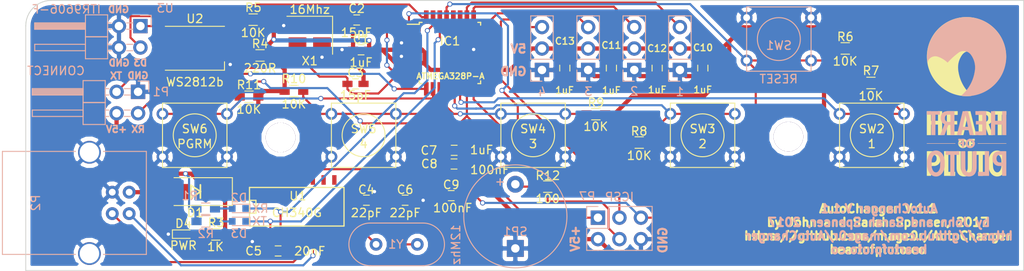
<source format=kicad_pcb>
(kicad_pcb (version 4) (host pcbnew 4.0.4-stable)
  (layers (0 F.Cu signal) (31 B.Cu signal) (34 B.Paste user) (35 F.Paste user) (36 B.SilkS user) (37 F.SilkS user) (38 B.Mask user) (39 F.Mask user) (44 Edge.Cuts user))
  (net 0 "")
  (net 1 /XTAL1)
  (net 2 +5V)
  (net 3 GND)
  (net 4 /XTAL2)
  (net 5 "Net-(C4-Pad1)")
  (net 6 "Net-(C5-Pad1)")
  (net 7 "Net-(C6-Pad1)")
  (net 8 "Net-(D1-Pad2)")
  (net 9 "Net-(D2-Pad2)")
  (net 10 /RXD)
  (net 11 "Net-(D3-Pad2)")
  (net 12 /TXD)
  (net 13 "Net-(D4-Pad2)")
  (net 14 /D3)
  (net 15 /D4)
  (net 16 /D5)
  (net 17 /D6)
  (net 18 /D7)
  (net 19 /D8)
  (net 20 /D9)
  (net 21 /D10)
  (net 22 /D11)
  (net 23 /D12)
  (net 24 /D13)
  (net 25 "Net-(IC1-Pad19)")
  (net 26 "Net-(IC1-Pad20)")
  (net 27 "Net-(IC1-Pad22)")
  (net 28 /A0)
  (net 29 /A1)
  (net 30 /A2)
  (net 31 /A3)
  (net 32 /SDA)
  (net 33 /SCL)
  (net 34 /RESET)
  (net 35 /D2)
  (net 36 /D-)
  (net 37 /D+)
  (net 38 "Net-(R4-Pad2)")
  (net 39 "Net-(U1-Pad14)")
  (net 40 "Net-(U1-Pad12)")
  (net 41 "Net-(U1-Pad11)")
  (net 42 "Net-(U1-Pad10)")
  (net 43 "Net-(U1-Pad9)")
  (net 44 "Net-(U1-Pad15)")
  (net 45 "Net-(U2-Pad2)")
  (net 46 "Net-(R12-Pad2)")
  (net 47 "Net-(C9-Pad2)")
  (module Mounting_Holes:MountingHole_3.2mm_M3 (layer F.Cu) (at 119.32 96.29)
    (fp_text reference REF** hide)
    (fp_text value M3 hide)
    (pad 1 thru_hole circle (at 0 0) (size 3.5 3.5) (drill 3.5) (layers *.Cu *.Mask))
  )
  (module Mounting_Holes:MountingHole_3.2mm_M3 (layer F.Cu) (at 179.37 96.19)
    (fp_text reference REF** hide)
    (fp_text value M3 hide)
    (pad 1 thru_hole circle (at 0 0) (size 3.5 3.5) (drill 3.5) (layers *.Cu *.Mask))
  )
  (module libs:logo (layer B.Cu) (at 200.42 91.5 180)
    (fp_text reference G*** hide)
    (fp_text value LOGO hide)
  )
  (module Housings_QFP:TQFP-32_7x7mm_Pitch0.8mm (layer F.Cu) (at 139.35 86.28)
    (fp_text reference IC1 (at 0 -1.41) (layer F.SilkS))
    (fp_text value ATMEGA328P-A (at 0.06 2.74) (layer F.SilkS) (effects (font (size 0.7 0.7))))
    (pad 1 smd rect (at -4.25 -2.8) (size 1.6 0.55) (layers F.Cu F.Paste F.Mask) (net 14 /D3))
    (pad 2 smd rect (at -4.25 -2) (size 1.6 0.55) (layers F.Cu F.Paste F.Mask) (net 15 /D4))
    (pad 3 smd rect (at -4.25 -1.2) (size 1.6 0.55) (layers F.Cu F.Paste F.Mask) (net 3 GND))
    (pad 4 smd rect (at -4.25 -0.4) (size 1.6 0.55) (layers F.Cu F.Paste F.Mask) (net 2 +5V))
    (pad 5 smd rect (at -4.25 0.4) (size 1.6 0.55) (layers F.Cu F.Paste F.Mask) (net 3 GND))
    (pad 6 smd rect (at -4.25 1.2) (size 1.6 0.55) (layers F.Cu F.Paste F.Mask) (net 2 +5V))
    (pad 7 smd rect (at -4.25 2) (size 1.6 0.55) (layers F.Cu F.Paste F.Mask) (net 1 /XTAL1))
    (pad 8 smd rect (at -4.25 2.8) (size 1.6 0.55) (layers F.Cu F.Paste F.Mask) (net 4 /XTAL2))
    (pad 9 smd rect (at -2.8 4.25 90) (size 1.6 0.55) (layers F.Cu F.Paste F.Mask) (net 16 /D5))
    (pad 10 smd rect (at -2 4.25 90) (size 1.6 0.55) (layers F.Cu F.Paste F.Mask) (net 17 /D6))
    (pad 11 smd rect (at -1.2 4.25 90) (size 1.6 0.55) (layers F.Cu F.Paste F.Mask) (net 18 /D7))
    (pad 12 smd rect (at -0.4 4.25 90) (size 1.6 0.55) (layers F.Cu F.Paste F.Mask) (net 19 /D8))
    (pad 13 smd rect (at 0.4 4.25 90) (size 1.6 0.55) (layers F.Cu F.Paste F.Mask) (net 20 /D9))
    (pad 14 smd rect (at 1.2 4.25 90) (size 1.6 0.55) (layers F.Cu F.Paste F.Mask) (net 21 /D10))
    (pad 15 smd rect (at 2 4.25 90) (size 1.6 0.55) (layers F.Cu F.Paste F.Mask) (net 22 /D11))
    (pad 16 smd rect (at 2.8 4.25 90) (size 1.6 0.55) (layers F.Cu F.Paste F.Mask) (net 23 /D12))
    (pad 17 smd rect (at 4.25 2.8) (size 1.6 0.55) (layers F.Cu F.Paste F.Mask) (net 24 /D13))
    (pad 18 smd rect (at 4.25 2) (size 1.6 0.55) (layers F.Cu F.Paste F.Mask) (net 2 +5V))
    (pad 19 smd rect (at 4.25 1.2) (size 1.6 0.55) (layers F.Cu F.Paste F.Mask) (net 25 "Net-(IC1-Pad19)"))
    (pad 20 smd rect (at 4.25 0.4) (size 1.6 0.55) (layers F.Cu F.Paste F.Mask) (net 26 "Net-(IC1-Pad20)"))
    (pad 21 smd rect (at 4.25 -0.4) (size 1.6 0.55) (layers F.Cu F.Paste F.Mask) (net 3 GND))
    (pad 22 smd rect (at 4.25 -1.2) (size 1.6 0.55) (layers F.Cu F.Paste F.Mask) (net 27 "Net-(IC1-Pad22)"))
    (pad 23 smd rect (at 4.25 -2) (size 1.6 0.55) (layers F.Cu F.Paste F.Mask) (net 28 /A0))
    (pad 24 smd rect (at 4.25 -2.8) (size 1.6 0.55) (layers F.Cu F.Paste F.Mask) (net 29 /A1))
    (pad 25 smd rect (at 2.8 -4.25 90) (size 1.6 0.55) (layers F.Cu F.Paste F.Mask) (net 30 /A2))
    (pad 26 smd rect (at 2 -4.25 90) (size 1.6 0.55) (layers F.Cu F.Paste F.Mask) (net 31 /A3))
    (pad 27 smd rect (at 1.2 -4.25 90) (size 1.6 0.55) (layers F.Cu F.Paste F.Mask) (net 32 /SDA))
    (pad 28 smd rect (at 0.4 -4.25 90) (size 1.6 0.55) (layers F.Cu F.Paste F.Mask) (net 33 /SCL))
    (pad 29 smd rect (at -0.4 -4.25 90) (size 1.6 0.55) (layers F.Cu F.Paste F.Mask) (net 34 /RESET))
    (pad 30 smd rect (at -1.2 -4.25 90) (size 1.6 0.55) (layers F.Cu F.Paste F.Mask) (net 12 /TXD))
    (pad 31 smd rect (at -2 -4.25 90) (size 1.6 0.55) (layers F.Cu F.Paste F.Mask) (net 10 /RXD))
    (pad 32 smd rect (at -2.8 -4.25 90) (size 1.6 0.55) (layers F.Cu F.Paste F.Mask) (net 35 /D2))
  )
  (module Capacitors_SMD:C_0603_HandSoldering (layer F.Cu) (at 128.84 85.9)
    (fp_text reference C1 (at 0 -1.25) (layer F.SilkS))
    (fp_text value 1uF (at 0 1.5) (layer F.SilkS))
    (pad 1 smd rect (at -0.95 0) (size 1.2 0.75) (layers F.Cu F.Paste F.Mask) (net 3 GND))
    (pad 2 smd rect (at 0.95 0) (size 1.2 0.75) (layers F.Cu F.Paste F.Mask) (net 2 +5V))
  )
  (module Capacitors_SMD:C_0603_HandSoldering (layer F.Cu) (at 128.32 82.37 180)
    (fp_text reference C2 (at 0 1.35 180) (layer F.SilkS))
    (fp_text value 15pF (at 0.04 -1.5 180) (layer F.SilkS))
    (pad 1 smd rect (at -0.95 0 180) (size 1.2 0.75) (layers F.Cu F.Paste F.Mask) (net 3 GND))
    (pad 2 smd rect (at 0.95 0 180) (size 1.2 0.75) (layers F.Cu F.Paste F.Mask) (net 1 /XTAL1))
  )
  (module Capacitors_SMD:C_0603_HandSoldering (layer F.Cu) (at 128.18 89.94 180)
    (fp_text reference C3 (at -0.01 1.32 180) (layer F.SilkS))
    (fp_text value 15pF (at 0 -1.35 180) (layer F.SilkS))
    (pad 1 smd rect (at -0.95 0 180) (size 1.2 0.75) (layers F.Cu F.Paste F.Mask) (net 3 GND))
    (pad 2 smd rect (at 0.95 0 180) (size 1.2 0.75) (layers F.Cu F.Paste F.Mask) (net 4 /XTAL2))
  )
  (module Capacitors_SMD:C_0603_HandSoldering (layer F.Cu) (at 129.47 103.72)
    (fp_text reference C4 (at 0 -1.25) (layer F.SilkS))
    (fp_text value 22pF (at 0 1.5) (layer F.SilkS))
    (pad 1 smd rect (at -0.95 0) (size 1.2 0.75) (layers F.Cu F.Paste F.Mask) (net 5 "Net-(C4-Pad1)"))
    (pad 2 smd rect (at 0.95 0) (size 1.2 0.75) (layers F.Cu F.Paste F.Mask) (net 3 GND))
  )
  (module Capacitors_SMD:C_0603_HandSoldering (layer F.Cu) (at 119.03 109.73 180)
    (fp_text reference C5 (at 2.9 -0.01 180) (layer F.SilkS))
    (fp_text value 20nF (at -3.74 -0.02 180) (layer F.SilkS))
    (pad 1 smd rect (at -0.95 0 180) (size 1.2 0.75) (layers F.Cu F.Paste F.Mask) (net 6 "Net-(C5-Pad1)"))
    (pad 2 smd rect (at 0.95 0 180) (size 1.2 0.75) (layers F.Cu F.Paste F.Mask) (net 3 GND))
  )
  (module Capacitors_SMD:C_0603_HandSoldering (layer F.Cu) (at 134.05 103.72)
    (fp_text reference C6 (at 0 -1.25) (layer F.SilkS))
    (fp_text value 22pF (at 0 1.5) (layer F.SilkS))
    (pad 1 smd rect (at -0.95 0) (size 1.2 0.75) (layers F.Cu F.Paste F.Mask) (net 7 "Net-(C6-Pad1)"))
    (pad 2 smd rect (at 0.95 0) (size 1.2 0.75) (layers F.Cu F.Paste F.Mask) (net 3 GND))
  )
  (module Capacitors_SMD:C_0603_HandSoldering (layer F.Cu) (at 139.85 97.81 180)
    (fp_text reference C7 (at 2.99 -0.01 180) (layer F.SilkS))
    (fp_text value 1uF (at -3.24 0.05 180) (layer F.SilkS))
    (pad 1 smd rect (at -0.95 0 180) (size 1.2 0.75) (layers F.Cu F.Paste F.Mask) (net 2 +5V))
    (pad 2 smd rect (at 0.95 0 180) (size 1.2 0.75) (layers F.Cu F.Paste F.Mask) (net 3 GND))
  )
  (module Capacitors_SMD:C_0603_HandSoldering (layer F.Cu) (at 139.83 99.43 180)
    (fp_text reference C8 (at 2.92 0.02 180) (layer F.SilkS))
    (fp_text value 100nF (at -4.23 -0.69 180) (layer F.SilkS))
    (pad 1 smd rect (at -0.95 0 180) (size 1.2 0.75) (layers F.Cu F.Paste F.Mask) (net 2 +5V))
    (pad 2 smd rect (at 0.95 0 180) (size 1.2 0.75) (layers F.Cu F.Paste F.Mask) (net 3 GND))
  )
  (module Diodes_SMD:D_SMA_Handsoldering (layer F.Cu) (at 109.22 102.7 180)
    (fp_text reference D1 (at 0 -2.5 180) (layer F.SilkS))
    (fp_text value D)
    (pad 1 smd rect (at -2.5 0 180) (size 3.5 1.8) (layers F.Cu F.Paste F.Mask) (net 2 +5V))
    (pad 2 smd rect (at 2.5 0 180) (size 3.5 1.8) (layers F.Cu F.Paste F.Mask) (net 8 "Net-(D1-Pad2)"))
  )
  (module LEDs:LED_0603 (layer B.Cu) (at 114.4 104.7 180)
    (fp_text reference D2 (at 0 1.25 180) (layer B.SilkS) (effects (justify mirror)))
    (fp_text value RX (at -2.52 0 180) (layer B.SilkS) (effects (justify mirror)))
    (pad 2 smd rect (at 0.8 0) (size 0.8 0.8) (layers B.Cu B.Paste B.Mask) (net 9 "Net-(D2-Pad2)"))
    (pad 1 smd rect (at -0.8 0) (size 0.8 0.8) (layers B.Cu B.Paste B.Mask) (net 10 /RXD))
  )
  (module LEDs:LED_0603 (layer B.Cu) (at 114.4 106.23 180)
    (fp_text reference D3 (at 0 -1.43 180) (layer B.SilkS) (effects (justify mirror)))
    (fp_text value TX (at -2.44 0.02 180) (layer B.SilkS) (effects (justify mirror)))
    (pad 2 smd rect (at 0.8 0) (size 0.8 0.8) (layers B.Cu B.Paste B.Mask) (net 11 "Net-(D3-Pad2)"))
    (pad 1 smd rect (at -0.8 0) (size 0.8 0.8) (layers B.Cu B.Paste B.Mask) (net 12 /TXD))
  )
  (module LEDs:LED_0603 (layer F.Cu) (at 107.83 107.74)
    (fp_text reference D4 (at 0 -1.25) (layer F.SilkS))
    (fp_text value PWR (at 0 1.35) (layer F.SilkS))
    (pad 2 smd rect (at 0.8 0 180) (size 0.8 0.8) (layers F.Cu F.Paste F.Mask) (net 13 "Net-(D4-Pad2)"))
    (pad 1 smd rect (at -0.8 0 180) (size 0.8 0.8) (layers F.Cu F.Paste F.Mask) (net 3 GND))
  )
  (module Pin_Headers:Pin_Header_Straight_2x03_Pitch2.54mm (layer B.Cu) (at 156.85 105.79 270)
    (fp_text reference P7 (at -2.51 1.27 540) (layer B.SilkS) (effects (justify mirror)))
    (fp_text value ICSP (at -2.46 -2.54 540) (layer B.SilkS) (effects (justify mirror)))
    (pad 1 thru_hole rect (at 0 0 270) (size 1.7 1.7) (drill 1) (layers *.Cu *.Mask) (net 22 /D11))
    (pad 2 thru_hole oval (at 2.54 0 270) (size 1.7 1.7) (drill 1) (layers *.Cu *.Mask) (net 2 +5V))
    (pad 3 thru_hole oval (at 0 -2.54 270) (size 1.7 1.7) (drill 1) (layers *.Cu *.Mask) (net 24 /D13))
    (pad 4 thru_hole oval (at 2.54 -2.54 270) (size 1.7 1.7) (drill 1) (layers *.Cu *.Mask) (net 23 /D12))
    (pad 5 thru_hole oval (at 0 -5.08 270) (size 1.7 1.7) (drill 1) (layers *.Cu *.Mask) (net 34 /RESET))
    (pad 6 thru_hole oval (at 2.54 -5.08 270) (size 1.7 1.7) (drill 1) (layers *.Cu *.Mask) (net 3 GND))
  )
  (module Resistors_SMD:R_0603_HandSoldering (layer B.Cu) (at 110.47 104.73)
    (fp_text reference R1 (at -1.88 -1.53) (layer B.SilkS) (effects (justify mirror)))
    (fp_text value 1K)
    (pad 1 smd rect (at -1.1 0) (size 1.2 0.9) (layers B.Cu B.Paste B.Mask) (net 2 +5V))
    (pad 2 smd rect (at 1.1 0) (size 1.2 0.9) (layers B.Cu B.Paste B.Mask) (net 9 "Net-(D2-Pad2)"))
  )
  (module Resistors_SMD:R_0603_HandSoldering (layer B.Cu) (at 110.48 106.23)
    (fp_text reference R2 (at 0 1.45) (layer B.SilkS) (effects (justify mirror)))
    (fp_text value 1K)
    (pad 1 smd rect (at -1.1 0) (size 1.2 0.9) (layers B.Cu B.Paste B.Mask) (net 2 +5V))
    (pad 2 smd rect (at 1.1 0) (size 1.2 0.9) (layers B.Cu B.Paste B.Mask) (net 11 "Net-(D3-Pad2)"))
  )
  (module Resistors_SMD:R_0603_HandSoldering (layer F.Cu) (at 111.66 107.77 180)
    (fp_text reference R3 (at -0.04 1.39 180) (layer F.SilkS))
    (fp_text value 1K (at 0.04 -1.47 180) (layer F.SilkS))
    (pad 1 smd rect (at -1.1 0 180) (size 1.2 0.9) (layers F.Cu F.Paste F.Mask) (net 2 +5V))
    (pad 2 smd rect (at 1.1 0 180) (size 1.2 0.9) (layers F.Cu F.Paste F.Mask) (net 13 "Net-(D4-Pad2)"))
  )
  (module Resistors_SMD:R_0603_HandSoldering (layer F.Cu) (at 116.89 86.57 180)
    (fp_text reference R4 (at -0.01 1.38 180) (layer F.SilkS))
    (fp_text value 220R (at 0 -1.51 180) (layer F.SilkS))
    (pad 1 smd rect (at -1.1 0 180) (size 1.2 0.9) (layers F.Cu F.Paste F.Mask) (net 2 +5V))
    (pad 2 smd rect (at 1.1 0 180) (size 1.2 0.9) (layers F.Cu F.Paste F.Mask) (net 38 "Net-(R4-Pad2)"))
  )
  (module Resistors_SMD:R_0603_HandSoldering (layer F.Cu) (at 116.08 82.33 180)
    (fp_text reference R5 (at -0.02 1.43 180) (layer F.SilkS))
    (fp_text value 10K (at 0 -1.55 180) (layer F.SilkS))
    (pad 1 smd rect (at -1.1 0 180) (size 1.2 0.9) (layers F.Cu F.Paste F.Mask) (net 2 +5V))
    (pad 2 smd rect (at 1.1 0 180) (size 1.2 0.9) (layers F.Cu F.Paste F.Mask) (net 35 /D2))
  )
  (module Resistors_SMD:R_0603_HandSoldering (layer F.Cu) (at 186.09 85.74 180)
    (fp_text reference R6 (at -0.01 1.38 180) (layer F.SilkS))
    (fp_text value 10K (at 0.01 -1.52 180) (layer F.SilkS))
    (pad 1 smd rect (at -1.1 0 180) (size 1.2 0.9) (layers F.Cu F.Paste F.Mask) (net 2 +5V))
    (pad 2 smd rect (at 1.1 0 180) (size 1.2 0.9) (layers F.Cu F.Paste F.Mask) (net 34 /RESET))
  )
  (module Resistors_SMD:R_0603_HandSoldering (layer F.Cu) (at 189.13 89.83)
    (fp_text reference R7 (at 0 -1.45) (layer F.SilkS))
    (fp_text value 10K (at 0 1.55) (layer F.SilkS))
    (pad 1 smd rect (at -1.1 0) (size 1.2 0.9) (layers F.Cu F.Paste F.Mask) (net 2 +5V))
    (pad 2 smd rect (at 1.1 0) (size 1.2 0.9) (layers F.Cu F.Paste F.Mask) (net 21 /D10))
  )
  (module Resistors_SMD:R_0603_HandSoldering (layer F.Cu) (at 161.73 96.89)
    (fp_text reference R8 (at -0.01 -1.34) (layer F.SilkS))
    (fp_text value 10K (at 0 1.55) (layer F.SilkS))
    (pad 1 smd rect (at -1.1 0) (size 1.2 0.9) (layers F.Cu F.Paste F.Mask) (net 2 +5V))
    (pad 2 smd rect (at 1.1 0) (size 1.2 0.9) (layers F.Cu F.Paste F.Mask) (net 20 /D9))
  )
  (module Resistors_SMD:R_0603_HandSoldering (layer F.Cu) (at 156.6 93.52 180)
    (fp_text reference R9 (at -0.02 1.36 180) (layer F.SilkS))
    (fp_text value 10K (at 0.01 -1.48 180) (layer F.SilkS))
    (pad 1 smd rect (at -1.1 0 180) (size 1.2 0.9) (layers F.Cu F.Paste F.Mask) (net 2 +5V))
    (pad 2 smd rect (at 1.1 0 180) (size 1.2 0.9) (layers F.Cu F.Paste F.Mask) (net 19 /D8))
  )
  (module Resistors_SMD:R_0603_HandSoldering (layer F.Cu) (at 120.9 90.79)
    (fp_text reference R10 (at 0 -1.45) (layer F.SilkS))
    (fp_text value 10K (at 0 1.55) (layer F.SilkS))
    (pad 1 smd rect (at -1.1 0) (size 1.2 0.9) (layers F.Cu F.Paste F.Mask) (net 2 +5V))
    (pad 2 smd rect (at 1.1 0) (size 1.2 0.9) (layers F.Cu F.Paste F.Mask) (net 18 /D7))
  )
  (module Resistors_SMD:R_0603_HandSoldering (layer F.Cu) (at 115.59 91.47 180)
    (fp_text reference R11 (at 0 1.41 180) (layer F.SilkS))
    (fp_text value 10K (at 0.01 -1.49 180) (layer F.SilkS))
    (pad 1 smd rect (at -1.1 0 180) (size 1.2 0.9) (layers F.Cu F.Paste F.Mask) (net 2 +5V))
    (pad 2 smd rect (at 1.1 0 180) (size 1.2 0.9) (layers F.Cu F.Paste F.Mask) (net 17 /D6))
  )
  (module Buttons_Switches_ThroughHole:SW_PUSH_SMALL (layer B.Cu) (at 178.24 84.63)
    (fp_text reference SW1 (at 0 0.762) (layer B.SilkS) (effects (justify mirror)))
    (fp_text value RESET (at -0.02 4.73) (layer B.SilkS) (effects (justify mirror)))
    (pad 1 thru_hole circle (at 3.81 2.54) (size 1.397 1.397) (drill 0.8128) (layers *.Cu *.Mask) (net 34 /RESET))
    (pad 2 thru_hole circle (at 3.81 -2.54) (size 1.397 1.397) (drill 0.8128) (layers *.Cu *.Mask) (net 3 GND))
    (pad 1 thru_hole circle (at -3.81 2.54) (size 1.397 1.397) (drill 0.8128) (layers *.Cu *.Mask) (net 34 /RESET))
    (pad 2 thru_hole circle (at -3.81 -2.54) (size 1.397 1.397) (drill 0.8128) (layers *.Cu *.Mask) (net 3 GND))
  )
  (module Buttons_Switches_ThroughHole:SW_PUSH_SMALL (layer F.Cu) (at 189.23 96.03)
    (fp_text reference SW2 (at 0 -0.762) (layer F.SilkS))
    (fp_text value 1 (at 0 1.016) (layer F.SilkS))
    (pad 1 thru_hole circle (at 3.81 -2.54) (size 1.397 1.397) (drill 0.8128) (layers *.Cu *.Mask) (net 21 /D10))
    (pad 2 thru_hole circle (at 3.81 2.54) (size 1.397 1.397) (drill 0.8128) (layers *.Cu *.Mask) (net 3 GND))
    (pad 1 thru_hole circle (at -3.81 -2.54) (size 1.397 1.397) (drill 0.8128) (layers *.Cu *.Mask) (net 21 /D10))
    (pad 2 thru_hole circle (at -3.81 2.54) (size 1.397 1.397) (drill 0.8128) (layers *.Cu *.Mask) (net 3 GND))
  )
  (module Buttons_Switches_ThroughHole:SW_PUSH_SMALL (layer F.Cu) (at 169.22 96.03)
    (fp_text reference SW3 (at 0 -0.762) (layer F.SilkS))
    (fp_text value 2 (at 0 1.016) (layer F.SilkS))
    (pad 1 thru_hole circle (at 3.81 -2.54) (size 1.397 1.397) (drill 0.8128) (layers *.Cu *.Mask) (net 20 /D9))
    (pad 2 thru_hole circle (at 3.81 2.54) (size 1.397 1.397) (drill 0.8128) (layers *.Cu *.Mask) (net 3 GND))
    (pad 1 thru_hole circle (at -3.81 -2.54) (size 1.397 1.397) (drill 0.8128) (layers *.Cu *.Mask) (net 20 /D9))
    (pad 2 thru_hole circle (at -3.81 2.54) (size 1.397 1.397) (drill 0.8128) (layers *.Cu *.Mask) (net 3 GND))
  )
  (module Buttons_Switches_ThroughHole:SW_PUSH_SMALL (layer F.Cu) (at 149.18 96.03)
    (fp_text reference SW4 (at 0 -0.762) (layer F.SilkS))
    (fp_text value 3 (at 0 1.016) (layer F.SilkS))
    (pad 1 thru_hole circle (at 3.81 -2.54) (size 1.397 1.397) (drill 0.8128) (layers *.Cu *.Mask) (net 19 /D8))
    (pad 2 thru_hole circle (at 3.81 2.54) (size 1.397 1.397) (drill 0.8128) (layers *.Cu *.Mask) (net 3 GND))
    (pad 1 thru_hole circle (at -3.81 -2.54) (size 1.397 1.397) (drill 0.8128) (layers *.Cu *.Mask) (net 19 /D8))
    (pad 2 thru_hole circle (at -3.81 2.54) (size 1.397 1.397) (drill 0.8128) (layers *.Cu *.Mask) (net 3 GND))
  )
  (module Buttons_Switches_ThroughHole:SW_PUSH_SMALL (layer F.Cu) (at 129.14 96.03)
    (fp_text reference SW5 (at 0 -0.762) (layer F.SilkS))
    (fp_text value 4 (at 0 1.016) (layer F.SilkS))
    (pad 1 thru_hole circle (at 3.81 -2.54) (size 1.397 1.397) (drill 0.8128) (layers *.Cu *.Mask) (net 18 /D7))
    (pad 2 thru_hole circle (at 3.81 2.54) (size 1.397 1.397) (drill 0.8128) (layers *.Cu *.Mask) (net 3 GND))
    (pad 1 thru_hole circle (at -3.81 -2.54) (size 1.397 1.397) (drill 0.8128) (layers *.Cu *.Mask) (net 18 /D7))
    (pad 2 thru_hole circle (at -3.81 2.54) (size 1.397 1.397) (drill 0.8128) (layers *.Cu *.Mask) (net 3 GND))
  )
  (module Buttons_Switches_ThroughHole:SW_PUSH_SMALL (layer F.Cu) (at 109.17 96.03)
    (fp_text reference SW6 (at 0 -0.762) (layer F.SilkS))
    (fp_text value PGRM (at 0 1.016) (layer F.SilkS))
    (pad 1 thru_hole circle (at 3.81 -2.54) (size 1.397 1.397) (drill 0.8128) (layers *.Cu *.Mask) (net 17 /D6))
    (pad 2 thru_hole circle (at 3.81 2.54) (size 1.397 1.397) (drill 0.8128) (layers *.Cu *.Mask) (net 3 GND))
    (pad 1 thru_hole circle (at -3.81 -2.54) (size 1.397 1.397) (drill 0.8128) (layers *.Cu *.Mask) (net 17 /D6))
    (pad 2 thru_hole circle (at -3.81 2.54) (size 1.397 1.397) (drill 0.8128) (layers *.Cu *.Mask) (net 3 GND))
  )
  (module SMD_Packages:SO-16-N (layer F.Cu) (at 121.235 104.495)
    (fp_text reference U1 (at 0.127 -1.27) (layer F.SilkS))
    (fp_text value CH340G (at 0.015 0.705) (layer F.SilkS))
    (pad 16 smd rect (at -4.445 -3.175) (size 0.508 1.143) (layers F.Cu F.Paste F.Mask) (net 2 +5V))
    (pad 14 smd rect (at -1.905 -3.175) (size 0.508 1.143) (layers F.Cu F.Paste F.Mask) (net 39 "Net-(U1-Pad14)"))
    (pad 13 smd rect (at -0.635 -3.175) (size 0.508 1.143) (layers F.Cu F.Paste F.Mask) (net 47 "Net-(C9-Pad2)"))
    (pad 12 smd rect (at 0.635 -3.175) (size 0.508 1.143) (layers F.Cu F.Paste F.Mask) (net 40 "Net-(U1-Pad12)"))
    (pad 11 smd rect (at 1.905 -3.175) (size 0.508 1.143) (layers F.Cu F.Paste F.Mask) (net 41 "Net-(U1-Pad11)"))
    (pad 10 smd rect (at 3.175 -3.175) (size 0.508 1.143) (layers F.Cu F.Paste F.Mask) (net 42 "Net-(U1-Pad10)"))
    (pad 9 smd rect (at 4.445 -3.175) (size 0.508 1.143) (layers F.Cu F.Paste F.Mask) (net 43 "Net-(U1-Pad9)"))
    (pad 8 smd rect (at 4.445 3.175) (size 0.508 1.143) (layers F.Cu F.Paste F.Mask) (net 7 "Net-(C6-Pad1)"))
    (pad 7 smd rect (at 3.175 3.175) (size 0.508 1.143) (layers F.Cu F.Paste F.Mask) (net 5 "Net-(C4-Pad1)"))
    (pad 6 smd rect (at 1.905 3.175) (size 0.508 1.143) (layers F.Cu F.Paste F.Mask) (net 36 /D-))
    (pad 5 smd rect (at 0.635 3.175) (size 0.508 1.143) (layers F.Cu F.Paste F.Mask) (net 37 /D+))
    (pad 4 smd rect (at -0.635 3.175) (size 0.508 1.143) (layers F.Cu F.Paste F.Mask) (net 6 "Net-(C5-Pad1)"))
    (pad 3 smd rect (at -1.905 3.175) (size 0.508 1.143) (layers F.Cu F.Paste F.Mask) (net 10 /RXD))
    (pad 2 smd rect (at -3.175 3.175) (size 0.508 1.143) (layers F.Cu F.Paste F.Mask) (net 12 /TXD))
    (pad 1 smd rect (at -4.445 3.175) (size 0.508 1.143) (layers F.Cu F.Paste F.Mask) (net 3 GND))
    (pad 15 smd rect (at -3.175 -3.175) (size 0.508 1.143) (layers F.Cu F.Paste F.Mask) (net 44 "Net-(U1-Pad15)"))
  )
  (module LEDs:LED_WS2812B-PLCC4 (layer F.Cu) (at 109.19 85.72)
    (fp_text reference U2 (at 0 -3.5) (layer F.SilkS))
    (fp_text value WS2812b (at 0 4) (layer F.SilkS))
    (pad 3 smd rect (at 2.5 1.6) (size 1.6 1) (layers F.Cu F.Paste F.Mask) (net 3 GND))
    (pad 4 smd rect (at 2.5 -1.6) (size 1.6 1) (layers F.Cu F.Paste F.Mask) (net 15 /D4))
    (pad 2 smd rect (at -2.5 1.6) (size 1.6 1) (layers F.Cu F.Paste F.Mask) (net 45 "Net-(U2-Pad2)"))
    (pad 1 smd rect (at -2.5 -1.6) (size 1.6 1) (layers F.Cu F.Paste F.Mask) (net 2 +5V))
  )
  (module Crystals:Crystal_SMD_3225-4pin_3.2x2.5mm_HandSoldering (layer F.Cu) (at 122.77 84.18 180)
    (fp_text reference X1 (at 0 -3.05 180) (layer F.SilkS))
    (fp_text value 16Mhz (at 0 3.05 180) (layer F.SilkS))
    (pad 1 smd rect (at -1.45 1.15 180) (size 2.1 1.8) (layers F.Cu F.Paste F.Mask) (net 1 /XTAL1))
    (pad 2 smd rect (at 1.45 1.15 180) (size 2.1 1.8) (layers F.Cu F.Paste F.Mask) (net 3 GND))
    (pad 3 smd rect (at 1.45 -1.15 180) (size 2.1 1.8) (layers F.Cu F.Paste F.Mask) (net 4 /XTAL2))
    (pad 4 smd rect (at -1.45 -1.15 180) (size 2.1 1.8) (layers F.Cu F.Paste F.Mask) (net 3 GND))
  )
  (module Crystals:Crystal_HC49-U_Vertical (layer B.Cu) (at 130.61 108.95)
    (fp_text reference Y1 (at 2.34 -0.01) (layer B.SilkS) (effects (justify mirror)))
    (fp_text value 12Mhz (at 9.44 0.04 270) (layer B.SilkS) (effects (justify mirror)))
    (pad 1 thru_hole circle (at 0 0) (size 1.5 1.5) (drill 0.8) (layers *.Cu *.Mask) (net 5 "Net-(C4-Pad1)"))
    (pad 2 thru_hole circle (at 4.88 0) (size 1.5 1.5) (drill 0.8) (layers *.Cu *.Mask) (net 7 "Net-(C6-Pad1)"))
  )
  (module Pin_Headers:Pin_Header_Angled_2x02_Pitch2.54mm (layer B.Cu) (at 102.47 90.88 180)
    (fp_text reference P1 (at -2.7 -0.01 180) (layer B.SilkS) (effects (justify mirror)))
    (fp_text value CONNECT (at 9.71 2.49 180) (layer B.SilkS) (effects (justify mirror)))
    (pad 1 thru_hole rect (at 0 0 180) (size 1.7 1.7) (drill 1) (layers *.Cu *.Mask) (net 3 GND))
    (pad 2 thru_hole oval (at 2.54 0 180) (size 1.7 1.7) (drill 1) (layers *.Cu *.Mask) (net 16 /D5))
    (pad 3 thru_hole oval (at 0 -2.54 180) (size 1.7 1.7) (drill 1) (layers *.Cu *.Mask) (net 22 /D11))
    (pad 4 thru_hole oval (at 2.54 -2.54 180) (size 1.7 1.7) (drill 1) (layers *.Cu *.Mask) (net 2 +5V))
  )
  (module Pin_Headers:Pin_Header_Angled_2x02_Pitch2.54mm (layer B.Cu) (at 102.75 83.09 180)
    (fp_text reference U3 (at -2.93 2.12 180) (layer B.SilkS) (effects (justify mirror)))
    (fp_text value ITR9606-F (at 8.75 1.99 180) (layer B.SilkS) (effects (justify mirror)))
    (pad 1 thru_hole rect (at 0 0 180) (size 1.7 1.7) (drill 1) (layers *.Cu *.Mask) (net 38 "Net-(R4-Pad2)"))
    (pad 2 thru_hole oval (at 2.54 0 180) (size 1.7 1.7) (drill 1) (layers *.Cu *.Mask) (net 3 GND))
    (pad 3 thru_hole oval (at 0 -2.54 180) (size 1.7 1.7) (drill 1) (layers *.Cu *.Mask) (net 35 /D2))
    (pad 4 thru_hole oval (at 2.54 -2.54 180) (size 1.7 1.7) (drill 1) (layers *.Cu *.Mask) (net 3 GND))
  )
  (module Pin_Headers:Pin_Header_Straight_1x03_Pitch2.54mm (layer B.Cu) (at 166.54 88.29)
    (fp_text reference P3 hide)
    (fp_text value 1 (at -0.01 2.59) (layer B.SilkS) (effects (justify mirror)))
    (pad 1 thru_hole rect (at 0 0) (size 1.7 1.7) (drill 1) (layers *.Cu *.Mask) (net 3 GND))
    (pad 2 thru_hole oval (at 0 -2.54) (size 1.7 1.7) (drill 1) (layers *.Cu *.Mask) (net 2 +5V))
    (pad 3 thru_hole oval (at 0 -5.08) (size 1.7 1.7) (drill 1) (layers *.Cu *.Mask) (net 31 /A3))
  )
  (module Pin_Headers:Pin_Header_Straight_1x03_Pitch2.54mm (layer B.Cu) (at 161.14 88.29)
    (fp_text reference P4 hide)
    (fp_text value 2 (at 0 2.53) (layer B.SilkS) (effects (justify mirror)))
    (pad 1 thru_hole rect (at 0 0) (size 1.7 1.7) (drill 1) (layers *.Cu *.Mask) (net 3 GND))
    (pad 2 thru_hole oval (at 0 -2.54) (size 1.7 1.7) (drill 1) (layers *.Cu *.Mask) (net 2 +5V))
    (pad 3 thru_hole oval (at 0 -5.08) (size 1.7 1.7) (drill 1) (layers *.Cu *.Mask) (net 30 /A2))
  )
  (module Pin_Headers:Pin_Header_Straight_1x03_Pitch2.54mm (layer B.Cu) (at 155.69 88.29)
    (fp_text reference P5 hide)
    (fp_text value 3 (at 0.02 2.56) (layer B.SilkS) (effects (justify mirror)))
    (pad 1 thru_hole rect (at 0 0) (size 1.7 1.7) (drill 1) (layers *.Cu *.Mask) (net 3 GND))
    (pad 2 thru_hole oval (at 0 -2.54) (size 1.7 1.7) (drill 1) (layers *.Cu *.Mask) (net 2 +5V))
    (pad 3 thru_hole oval (at 0 -5.08) (size 1.7 1.7) (drill 1) (layers *.Cu *.Mask) (net 29 /A1))
  )
  (module Pin_Headers:Pin_Header_Straight_1x03_Pitch2.54mm (layer B.Cu) (at 150.23 88.29)
    (fp_text reference P6 hide)
    (fp_text value 4 (at 0 2.6) (layer B.SilkS) (effects (justify mirror)))
    (pad 1 thru_hole rect (at 0 0) (size 1.7 1.7) (drill 1) (layers *.Cu *.Mask) (net 3 GND))
    (pad 2 thru_hole oval (at 0 -2.54) (size 1.7 1.7) (drill 1) (layers *.Cu *.Mask) (net 2 +5V))
    (pad 3 thru_hole oval (at 0 -5.08) (size 1.7 1.7) (drill 1) (layers *.Cu *.Mask) (net 28 /A0))
  )
  (module libs:logo (layer F.Cu) (at 200.45 91.5)
    (fp_text reference G*** hide)
    (fp_text value LOGO hide)
  )
  (module Resistors_SMD:R_0603_HandSoldering (layer F.Cu) (at 150.91 102.11 180)
    (fp_text reference R12 (at -0.01 1.3 180) (layer F.SilkS))
    (fp_text value 100 (at 0 -1.44 180) (layer F.SilkS))
    (pad 1 smd rect (at -1.1 0 180) (size 1.2 0.9) (layers F.Cu F.Paste F.Mask) (net 14 /D3))
    (pad 2 smd rect (at 1.1 0 180) (size 1.2 0.9) (layers F.Cu F.Paste F.Mask) (net 46 "Net-(R12-Pad2)"))
  )
  (module Connect:USB_B (layer B.Cu) (at 101.42 102.77 180)
    (fp_text reference P2 (at 11.05 -1.27 450) (layer B.SilkS) (effects (justify mirror)))
    (fp_text value USB_B)
    (pad 2 thru_hole circle (at 0 -2.54 270) (size 1.52 1.52) (drill 0.81) (layers *.Cu *.Mask) (net 36 /D-))
    (pad 1 thru_hole circle (at 0 0 270) (size 1.52 1.52) (drill 0.81) (layers *.Cu *.Mask) (net 8 "Net-(D1-Pad2)"))
    (pad 4 thru_hole circle (at 2 0 270) (size 1.52 1.52) (drill 0.81) (layers *.Cu *.Mask) (net 3 GND))
    (pad 3 thru_hole circle (at 2 -2.54 270) (size 1.52 1.52) (drill 0.81) (layers *.Cu *.Mask) (net 37 /D+))
    (pad 5 thru_hole circle (at 4.7 -7.27 270) (size 2.7 2.7) (drill 2.3) (layers *.Cu *.Mask) (net 3 GND))
    (pad 5 thru_hole circle (at 4.7 4.73 270) (size 2.7 2.7) (drill 2.3) (layers *.Cu *.Mask) (net 3 GND))
  )
  (module Buzzers_Beepers:Buzzer_12x9.5RM7.6 (layer B.Cu) (at 147.08 109.43 90)
    (fp_text reference SP1 (at 1.98 -0.01 180) (layer B.SilkS) (effects (justify mirror)))
    (fp_text value SPEAKER)
    (fp_text user + (at 7.87 -1.87 90) (layer B.SilkS) (effects (justify mirror)))
    (pad 1 thru_hole rect (at 0 0 90) (size 2 2) (drill 1) (layers *.Cu *.Mask) (net 3 GND))
    (pad 2 thru_hole circle (at 7.6 0 90) (size 2 2) (drill 1) (layers *.Cu *.Mask) (net 46 "Net-(R12-Pad2)"))
  )
  (module Capacitors_SMD:C_0603_HandSoldering (layer F.Cu) (at 139.5 103.18 180)
    (fp_text reference C9 (at 0 1.29 180) (layer F.SilkS))
    (fp_text value 100nF (at -0.17 -1.46 180) (layer F.SilkS))
    (pad 1 smd rect (at -0.95 0 180) (size 1.2 0.75) (layers F.Cu F.Paste F.Mask) (net 34 /RESET))
    (pad 2 smd rect (at 0.95 0 180) (size 1.2 0.75) (layers F.Cu F.Paste F.Mask) (net 47 "Net-(C9-Pad2)"))
  )
  (module Capacitors_SMD:C_0603_HandSoldering (layer F.Cu) (at 169.25 88.07 90)
    (fp_text reference C10 (at 2.42 0.02 180) (layer F.SilkS) (effects (font (size 0.8 0.8))))
    (fp_text value 1uF (at -2.57 -0.01 180) (layer F.SilkS) (effects (font (size 0.8 0.8))))
    (pad 1 smd rect (at -0.95 0 90) (size 1.2 0.75) (layers F.Cu F.Paste F.Mask) (net 3 GND))
    (pad 2 smd rect (at 0.95 0 90) (size 1.2 0.75) (layers F.Cu F.Paste F.Mask) (net 2 +5V))
  )
  (module Capacitors_SMD:C_0603_HandSoldering (layer F.Cu) (at 158.44 88.07 90)
    (fp_text reference C11 (at 2.7 0 180) (layer F.SilkS) (effects (font (size 0.8 0.8))))
    (fp_text value 1uF (at -2.64 0 180) (layer F.SilkS) (effects (font (size 0.8 0.8))))
    (pad 1 smd rect (at -0.95 0 90) (size 1.2 0.75) (layers F.Cu F.Paste F.Mask) (net 3 GND))
    (pad 2 smd rect (at 0.95 0 90) (size 1.2 0.75) (layers F.Cu F.Paste F.Mask) (net 2 +5V))
  )
  (module Capacitors_SMD:C_0603_HandSoldering (layer F.Cu) (at 163.85 88.07 90)
    (fp_text reference C12 (at 2.33 -0.01 180) (layer F.SilkS) (effects (font (size 0.8 0.8))))
    (fp_text value 1uF (at -2.57 0.01 180) (layer F.SilkS) (effects (font (size 0.8 0.8))))
    (pad 1 smd rect (at -0.95 0 90) (size 1.2 0.75) (layers F.Cu F.Paste F.Mask) (net 3 GND))
    (pad 2 smd rect (at 0.95 0 90) (size 1.2 0.75) (layers F.Cu F.Paste F.Mask) (net 2 +5V))
  )
  (module Capacitors_SMD:C_0603_HandSoldering (layer F.Cu) (at 152.93 88.07 90)
    (fp_text reference C13 (at 3.2 0.01 180) (layer F.SilkS) (effects (font (size 0.8 0.8))))
    (fp_text value 1uF (at -2.63 -0.03 180) (layer F.SilkS) (effects (font (size 0.8 0.8))))
    (pad 1 smd rect (at -0.95 0 90) (size 1.2 0.75) (layers F.Cu F.Paste F.Mask) (net 3 GND))
    (pad 2 smd rect (at 0.95 0 90) (size 1.2 0.75) (layers F.Cu F.Paste F.Mask) (net 2 +5V))
  )
  (gr_text 5V (at 147.44 85.79) (layer B.SilkS) (effects (font (size 1 1) (thickness 0.25)) (justify mirror)))
  (gr_text GND (at 146.85 88.47) (layer B.SilkS) (effects (font (size 1 1) (thickness 0.25)) (justify mirror)))
  (gr_text D3 (at 102.74 87.44) (layer B.SilkS) (effects (font (size 0.8 0.8) (thickness 0.2)) (justify mirror)))
  (gr_text GND (at 100.23 87.45) (layer B.SilkS) (effects (font (size 0.8 0.8) (thickness 0.2)) (justify mirror)))
  (gr_text GND (at 100.17 81.12) (layer B.SilkS) (effects (font (size 0.8 0.8) (thickness 0.2)) (justify mirror)))
  (gr_text TX (at 99.87 88.98) (layer B.SilkS) (effects (font (size 0.8 0.8) (thickness 0.2)) (justify mirror)))
  (gr_text RX (at 102.48 95.32) (layer B.SilkS) (effects (font (size 0.8 0.8) (thickness 0.2)) (justify mirror)))
  (gr_text +5V (at 99.92 95.31) (layer B.SilkS) (effects (font (size 0.8 0.8) (thickness 0.2)) (justify mirror)))
  (gr_text GND (at 102.46 88.96) (layer B.SilkS) (effects (font (size 0.8 0.8) (thickness 0.2)) (justify mirror)))
  (gr_line (start 109.84 101.9) (end 109.84 103.47) (layer F.SilkS) (width 0.2))
  (gr_line (start 109.86 102.69) (end 108.73 101.96) (layer F.SilkS) (width 0.2))
  (gr_line (start 108.72 103.49) (end 109.86 102.69) (layer F.SilkS) (width 0.2))
  (gr_line (start 108.72 101.96) (end 108.72 103.49) (layer F.SilkS) (width 0.2))
  (gr_text "AutoChanger V.1.1\nby John and Sarah Spencer, 2017\nhttps://github.com/mage0r/AutoChanger\nheartofpluto.co" (at 189.94 107.14) (layer F.SilkS) (effects (font (size 1 1) (thickness 0.25))))
  (gr_text "AutoChanger V.1.1\nby John and Sarah Spencer, 2017\nhttps://github.com/mage0r/AutoChanger\nheartofpluto.co" (at 190.1 107.14) (layer B.SilkS) (effects (font (size 1 1) (thickness 0.25)) (justify mirror)))
  (gr_text +5V (at 154.16 108.27 90) (layer B.SilkS) (effects (font (size 1 1) (thickness 0.25)) (justify mirror)))
  (gr_text GND (at 164.51 108.45 90) (layer B.SilkS) (effects (font (size 1 1) (thickness 0.25)) (justify mirror)))
  (gr_line (start 89.592483 81.55246) (end 89.810499 81.226176) (layer Edge.Cuts) (width 0.1))
  (gr_line (start 89.190559 112.05246) (end 89.190559 83.05246) (layer Edge.Cuts) (width 0.1))
  (gr_line (start 91.042509 80.280822) (end 91.414102 80.154683) (layer Edge.Cuts) (width 0.1))
  (gr_line (start 109.990559 80.05246) (end 207.190559 80.05246) (layer Edge.Cuts) (width 0.1))
  (gr_line (start 91.79898 80.078126) (end 92.190559 80.05246) (layer Edge.Cuts) (width 0.1))
  (gr_line (start 91.414102 80.154683) (end 91.79898 80.078126) (layer Edge.Cuts) (width 0.1))
  (gr_line (start 90.069239 80.93114) (end 90.364275 80.6724) (layer Edge.Cuts) (width 0.1))
  (gr_line (start 89.810499 81.226176) (end 90.069239 80.93114) (layer Edge.Cuts) (width 0.1))
  (gr_line (start 207.190559 80.05246) (end 207.190559 112.05246) (layer Edge.Cuts) (width 0.1))
  (gr_line (start 89.292782 82.276003) (end 89.418921 81.90441) (layer Edge.Cuts) (width 0.1))
  (gr_line (start 89.190559 83.05246) (end 89.216224 82.660882) (layer Edge.Cuts) (width 0.1))
  (gr_line (start 90.690559 80.454384) (end 91.042509 80.280822) (layer Edge.Cuts) (width 0.1))
  (gr_line (start 90.364275 80.6724) (end 90.690559 80.454384) (layer Edge.Cuts) (width 0.1))
  (gr_line (start 89.418921 81.90441) (end 89.592483 81.55246) (layer Edge.Cuts) (width 0.1))
  (gr_line (start 89.190559 112.05246) (end 207.190559 112.05246) (layer Edge.Cuts) (width 0.1))
  (gr_line (start 92.190559 80.05246) (end 109.990559 80.05246) (layer Edge.Cuts) (width 0.1))
  (gr_line (start 89.216224 82.660882) (end 89.292782 82.276003) (layer Edge.Cuts) (width 0.1))
  (segment (start 131.89 87.72) (end 132.45 88.28) (width 0.25) (layer F.Cu) (net 1))
  (segment (start 132.45 88.28) (end 135.1 88.28) (width 0.25) (layer F.Cu) (net 1))
  (segment (start 131.9 84.75) (end 131.9 87.71) (width 0.25) (layer B.Cu) (net 1))
  (segment (start 131.9 87.71) (end 131.89 87.72) (width 0.25) (layer B.Cu) (net 1))
  (via (at 131.89 87.72) (size 0.6) (drill 0.4) (layers F.Cu B.Cu) (net 1))
  (segment (start 127.675 81.44) (end 129.900002 81.44) (width 0.25) (layer F.Cu) (net 1))
  (segment (start 129.900002 81.44) (end 131.9 83.439998) (width 0.25) (layer F.Cu) (net 1))
  (segment (start 131.9 83.439998) (end 131.9 84.75) (width 0.25) (layer F.Cu) (net 1))
  (via (at 131.9 84.75) (size 0.6) (drill 0.4) (layers F.Cu B.Cu) (net 1))
  (segment (start 127.37 82.37) (end 127.37 81.745) (width 0.25) (layer F.Cu) (net 1))
  (segment (start 127.37 81.745) (end 127.675 81.44) (width 0.25) (layer F.Cu) (net 1))
  (segment (start 134.05 88.28) (end 135.1 88.28) (width 0.25) (layer F.Cu) (net 1))
  (segment (start 127.37 82.37) (end 124.88 82.37) (width 0.25) (layer F.Cu) (net 1))
  (segment (start 124.88 82.37) (end 124.22 83.03) (width 0.25) (layer F.Cu) (net 1))
  (segment (start 170.125 87.12) (end 170.16 87.12) (width 0.5) (layer F.Cu) (net 2))
  (segment (start 170.16 87.12) (end 172.37 84.91) (width 0.5) (layer F.Cu) (net 2))
  (segment (start 172.37 88.39) (end 169.43 91.33) (width 0.5) (layer F.Cu) (net 2))
  (segment (start 169.25 87.12) (end 170.125 87.12) (width 0.5) (layer F.Cu) (net 2))
  (segment (start 166.54 85.75) (end 167.88 85.75) (width 0.5) (layer F.Cu) (net 2))
  (segment (start 167.88 85.75) (end 169.25 87.12) (width 0.5) (layer F.Cu) (net 2))
  (segment (start 159.05 93.52) (end 160.63 95.1) (width 0.5) (layer F.Cu) (net 2))
  (segment (start 160.63 95.1) (end 160.63 96.89) (width 0.5) (layer F.Cu) (net 2))
  (segment (start 158.8 93.52) (end 159.05 93.52) (width 0.5) (layer F.Cu) (net 2))
  (segment (start 172.37 84.91) (end 172.37 88.39) (width 0.5) (layer F.Cu) (net 2))
  (segment (start 169.43 91.33) (end 160.99 91.33) (width 0.5) (layer F.Cu) (net 2))
  (segment (start 160.99 91.33) (end 158.8 93.52) (width 0.5) (layer F.Cu) (net 2))
  (segment (start 158.8 93.52) (end 157.7 93.52) (width 0.5) (layer F.Cu) (net 2))
  (segment (start 174.041499 83.238501) (end 172.37 84.91) (width 0.5) (layer F.Cu) (net 2))
  (segment (start 166.54 85.75) (end 165.22 85.75) (width 0.5) (layer F.Cu) (net 2))
  (segment (start 165.22 85.75) (end 163.85 87.12) (width 0.5) (layer F.Cu) (net 2))
  (segment (start 161.14 85.75) (end 162.48 85.75) (width 0.5) (layer F.Cu) (net 2))
  (segment (start 162.48 85.75) (end 163.85 87.12) (width 0.5) (layer F.Cu) (net 2))
  (segment (start 158.44 87.12) (end 158.44 86.895) (width 0.5) (layer F.Cu) (net 2))
  (segment (start 158.44 86.895) (end 159.585 85.75) (width 0.5) (layer F.Cu) (net 2))
  (segment (start 159.585 85.75) (end 161.14 85.75) (width 0.5) (layer F.Cu) (net 2))
  (segment (start 158.44 86.91) (end 157.28 85.75) (width 0.5) (layer F.Cu) (net 2))
  (segment (start 157.28 85.75) (end 155.69 85.75) (width 0.5) (layer F.Cu) (net 2))
  (segment (start 158.44 87.12) (end 158.44 86.91) (width 0.5) (layer F.Cu) (net 2))
  (segment (start 152.93 86.895) (end 154.075 85.75) (width 0.5) (layer F.Cu) (net 2))
  (segment (start 154.075 85.75) (end 155.69 85.75) (width 0.5) (layer F.Cu) (net 2))
  (segment (start 152.93 87.12) (end 152.93 86.895) (width 0.5) (layer F.Cu) (net 2))
  (segment (start 152.93 86.895) (end 151.785 85.75) (width 0.5) (layer F.Cu) (net 2))
  (segment (start 151.785 85.75) (end 150.23 85.75) (width 0.5) (layer F.Cu) (net 2))
  (segment (start 150.23 85.75) (end 149.027919 85.75) (width 0.5) (layer F.Cu) (net 2))
  (segment (start 149.027919 85.75) (end 146.497919 88.28) (width 0.5) (layer F.Cu) (net 2))
  (segment (start 146.497919 88.28) (end 144.9 88.28) (width 0.5) (layer F.Cu) (net 2))
  (segment (start 144.9 88.28) (end 143.6 88.28) (width 0.5) (layer F.Cu) (net 2))
  (segment (start 171.503186 107.94) (end 177.013186 102.43) (width 0.5) (layer F.Cu) (net 2))
  (segment (start 158.82 110.3) (end 169.143186 110.3) (width 0.5) (layer F.Cu) (net 2))
  (segment (start 169.143186 110.3) (end 171.503186 107.94) (width 0.5) (layer F.Cu) (net 2))
  (segment (start 156.85 108.33) (end 158.82 110.3) (width 0.5) (layer F.Cu) (net 2))
  (segment (start 141.005 99.43) (end 149.725 108.15) (width 0.5) (layer F.Cu) (net 2))
  (segment (start 156.85 108.33) (end 149.905 108.33) (width 0.5) (layer F.Cu) (net 2))
  (segment (start 149.905 108.33) (end 149.725 108.15) (width 0.5) (layer F.Cu) (net 2))
  (segment (start 112.765012 86.28501) (end 113.125012 86.28501) (width 0.5) (layer F.Cu) (net 2))
  (segment (start 113.125012 86.28501) (end 114.76 87.919998) (width 0.5) (layer F.Cu) (net 2))
  (segment (start 114.76 87.919998) (end 117.590002 87.919998) (width 0.5) (layer F.Cu) (net 2))
  (segment (start 117.590002 87.919998) (end 117.99 87.52) (width 0.5) (layer F.Cu) (net 2))
  (segment (start 117.99 87.52) (end 117.99 86.57) (width 0.5) (layer F.Cu) (net 2))
  (segment (start 118.52 84.68) (end 118.52 83.67) (width 0.5) (layer F.Cu) (net 2))
  (segment (start 118.52 83.67) (end 117.18 82.33) (width 0.5) (layer F.Cu) (net 2))
  (segment (start 117.99 86.57) (end 117.99 85.21) (width 0.5) (layer F.Cu) (net 2))
  (segment (start 117.99 85.21) (end 118.52 84.68) (width 0.5) (layer F.Cu) (net 2))
  (segment (start 119.8 90.79) (end 119.8 88.23) (width 0.5) (layer F.Cu) (net 2))
  (segment (start 119.8 88.23) (end 118.14 86.57) (width 0.5) (layer F.Cu) (net 2))
  (segment (start 118.14 86.57) (end 117.99 86.57) (width 0.5) (layer F.Cu) (net 2))
  (segment (start 103.94 100.58) (end 108.08 100.58) (width 0.5) (layer F.Cu) (net 2))
  (segment (start 108.08 100.58) (end 108.75 100.58) (width 0.5) (layer F.Cu) (net 2))
  (segment (start 108.5 104.71) (end 108.5 101) (width 0.25) (layer B.Cu) (net 2))
  (segment (start 108.5 101) (end 108.08 100.58) (width 0.25) (layer B.Cu) (net 2))
  (via (at 108.08 100.58) (size 0.6) (drill 0.4) (layers F.Cu B.Cu) (net 2))
  (segment (start 109.37 104.73) (end 108.52 104.73) (width 0.25) (layer B.Cu) (net 2))
  (segment (start 108.52 104.73) (end 108.5 104.71) (width 0.25) (layer B.Cu) (net 2))
  (segment (start 140.78 99.43) (end 141.005 99.43) (width 0.5) (layer F.Cu) (net 2))
  (segment (start 115.12 98.42) (end 116.79 100.09) (width 0.5) (layer F.Cu) (net 2))
  (segment (start 116.79 100.09) (end 116.79 101.32) (width 0.5) (layer F.Cu) (net 2))
  (segment (start 115.12 93.99) (end 115.12 98.42) (width 0.5) (layer F.Cu) (net 2))
  (segment (start 116.69 91.47) (end 116.69 92.42) (width 0.5) (layer F.Cu) (net 2))
  (segment (start 116.69 92.42) (end 115.12 93.99) (width 0.5) (layer F.Cu) (net 2))
  (segment (start 119.8 90.79) (end 117.37 90.79) (width 0.5) (layer F.Cu) (net 2))
  (segment (start 117.37 90.79) (end 116.69 91.47) (width 0.5) (layer F.Cu) (net 2))
  (segment (start 119.65 90.79) (end 119.8 90.79) (width 0.5) (layer F.Cu) (net 2))
  (segment (start 183.58 90.34) (end 184.09 89.83) (width 0.5) (layer F.Cu) (net 2))
  (segment (start 180.74 102.43) (end 183.58 99.59) (width 0.5) (layer F.Cu) (net 2))
  (segment (start 183.58 99.59) (end 183.58 90.34) (width 0.5) (layer F.Cu) (net 2))
  (segment (start 177.013186 102.43) (end 180.74 102.43) (width 0.5) (layer F.Cu) (net 2))
  (segment (start 116.79 101.32) (end 116.79 101.0025) (width 0.5) (layer F.Cu) (net 2))
  (segment (start 109.37 104.73) (end 109.52 104.73) (width 0.5) (layer B.Cu) (net 2))
  (segment (start 109.38 106.23) (end 109.38 104.74) (width 0.5) (layer B.Cu) (net 2))
  (segment (start 109.38 104.74) (end 109.37 104.73) (width 0.5) (layer B.Cu) (net 2))
  (segment (start 129.79 85.9) (end 131.34 85.9) (width 0.5) (layer F.Cu) (net 2))
  (segment (start 135.1 87.48) (end 132.92 87.48) (width 0.5) (layer F.Cu) (net 2))
  (segment (start 131.34 85.9) (end 132.41 85.9) (width 0.5) (layer F.Cu) (net 2))
  (segment (start 132.92 87.48) (end 131.34 85.9) (width 0.5) (layer F.Cu) (net 2))
  (segment (start 136.350001 87.560001) (end 137.07 88.28) (width 0.5) (layer F.Cu) (net 2))
  (segment (start 137.07 88.28) (end 143.6 88.28) (width 0.5) (layer F.Cu) (net 2))
  (segment (start 136.350001 87.315001) (end 136.350001 87.560001) (width 0.5) (layer F.Cu) (net 2))
  (segment (start 129.78 84.79) (end 118.63 84.79) (width 0.5) (layer B.Cu) (net 2))
  (segment (start 118.63 84.79) (end 118.52 84.68) (width 0.5) (layer B.Cu) (net 2))
  (via (at 118.52 84.68) (size 0.6) (drill 0.4) (layers F.Cu B.Cu) (net 2))
  (segment (start 129.79 85.9) (end 129.79 84.8) (width 0.5) (layer F.Cu) (net 2))
  (segment (start 129.79 84.8) (end 129.78 84.79) (width 0.5) (layer F.Cu) (net 2))
  (via (at 129.78 84.79) (size 0.6) (drill 0.4) (layers F.Cu B.Cu) (net 2))
  (segment (start 135.1 87.48) (end 136.185002 87.48) (width 0.5) (layer F.Cu) (net 2))
  (segment (start 136.185002 87.48) (end 136.350001 87.315001) (width 0.5) (layer F.Cu) (net 2))
  (segment (start 136.350001 87.315001) (end 136.350001 86.190001) (width 0.5) (layer F.Cu) (net 2))
  (segment (start 136.350001 86.190001) (end 136.04 85.88) (width 0.5) (layer F.Cu) (net 2))
  (segment (start 136.04 85.88) (end 135.1 85.88) (width 0.5) (layer F.Cu) (net 2))
  (segment (start 112.765012 86.28501) (end 109.15501 86.28501) (width 0.5) (layer F.Cu) (net 2))
  (segment (start 109.15501 86.28501) (end 106.99 84.12) (width 0.5) (layer F.Cu) (net 2))
  (segment (start 106.99 84.12) (end 106.69 84.12) (width 0.5) (layer F.Cu) (net 2))
  (segment (start 140.78 99.43) (end 140.78 97.83) (width 0.5) (layer F.Cu) (net 2))
  (segment (start 140.78 97.83) (end 140.8 97.81) (width 0.5) (layer F.Cu) (net 2))
  (segment (start 111.72 102.7) (end 112.76 103.74) (width 0.5) (layer F.Cu) (net 2))
  (segment (start 112.76 103.74) (end 112.76 107.77) (width 0.5) (layer F.Cu) (net 2))
  (segment (start 140.79 99.42) (end 140.78 99.43) (width 0.5) (layer F.Cu) (net 2))
  (segment (start 184.09 89.83) (end 188.03 89.83) (width 0.5) (layer F.Cu) (net 2))
  (segment (start 187.19 85.74) (end 187.19 88.99) (width 0.5) (layer F.Cu) (net 2))
  (segment (start 187.19 88.99) (end 188.03 89.83) (width 0.5) (layer F.Cu) (net 2))
  (segment (start 187.04 85.74) (end 187.19 85.74) (width 0.5) (layer F.Cu) (net 2))
  (segment (start 184.538501 83.238501) (end 187.04 85.74) (width 0.5) (layer F.Cu) (net 2))
  (segment (start 132.41 85.9) (end 135.08 85.9) (width 0.5) (layer F.Cu) (net 2))
  (segment (start 135.08 85.9) (end 135.1 85.88) (width 0.5) (layer F.Cu) (net 2))
  (segment (start 108.75 100.58) (end 110.87 102.7) (width 0.5) (layer F.Cu) (net 2))
  (segment (start 99.93 96.57) (end 103.94 100.58) (width 0.5) (layer F.Cu) (net 2))
  (segment (start 99.93 93.42) (end 99.93 96.57) (width 0.5) (layer F.Cu) (net 2))
  (segment (start 111.72 102.7) (end 115.7275 102.7) (width 0.5) (layer F.Cu) (net 2))
  (segment (start 115.7275 102.7) (end 116.79 101.6375) (width 0.5) (layer F.Cu) (net 2))
  (segment (start 116.79 101.6375) (end 116.79 101.32) (width 0.5) (layer F.Cu) (net 2))
  (segment (start 157.55 93.52) (end 157.7 93.52) (width 0.5) (layer F.Cu) (net 2))
  (segment (start 174.041499 83.238501) (end 184.538501 83.238501) (width 0.5) (layer F.Cu) (net 2))
  (segment (start 169.25 89.02) (end 167.27 89.02) (width 0.5) (layer F.Cu) (net 3))
  (segment (start 167.27 89.02) (end 166.54 88.29) (width 0.5) (layer F.Cu) (net 3))
  (segment (start 127.89 85.9) (end 126.61 85.9) (width 0.5) (layer F.Cu) (net 3))
  (segment (start 126.61 85.9) (end 126.59 85.88) (width 0.5) (layer F.Cu) (net 3))
  (via (at 126.59 85.88) (size 0.6) (drill 0.4) (layers F.Cu B.Cu) (net 3))
  (segment (start 127.89 85.9) (end 127.89 83.75) (width 0.5) (layer F.Cu) (net 3))
  (segment (start 127.89 83.75) (end 129.27 82.37) (width 0.5) (layer F.Cu) (net 3))
  (segment (start 129.13 88.55) (end 127.89 87.31) (width 0.5) (layer F.Cu) (net 3))
  (segment (start 127.89 87.31) (end 127.89 85.9) (width 0.5) (layer F.Cu) (net 3))
  (segment (start 129.13 89.94) (end 129.13 88.55) (width 0.5) (layer F.Cu) (net 3))
  (via (at 133.62 85.08) (size 0.6) (drill 0.4) (layers F.Cu B.Cu) (net 3))
  (segment (start 161.14 88.35) (end 161.81 89.02) (width 0.5) (layer F.Cu) (net 3))
  (segment (start 161.81 89.02) (end 163.85 89.02) (width 0.5) (layer F.Cu) (net 3))
  (segment (start 161.14 88.29) (end 161.14 88.35) (width 0.5) (layer F.Cu) (net 3))
  (segment (start 158.44 89.02) (end 156.42 89.02) (width 0.5) (layer F.Cu) (net 3))
  (segment (start 156.42 89.02) (end 155.69 88.29) (width 0.5) (layer F.Cu) (net 3))
  (segment (start 150.23 88.29) (end 152.2 88.29) (width 0.5) (layer F.Cu) (net 3))
  (segment (start 152.2 88.29) (end 152.93 89.02) (width 0.5) (layer F.Cu) (net 3))
  (segment (start 135 103.72) (end 136.17 103.72) (width 0.5) (layer F.Cu) (net 3))
  (segment (start 136.17 103.72) (end 136.18 103.73) (width 0.5) (layer F.Cu) (net 3))
  (via (at 136.18 103.73) (size 0.6) (drill 0.4) (layers F.Cu B.Cu) (net 3))
  (segment (start 130.42 103.72) (end 130.42 102.7) (width 0.5) (layer F.Cu) (net 3))
  (via (at 130.42 102.7) (size 0.6) (drill 0.4) (layers F.Cu B.Cu) (net 3))
  (segment (start 129.13 89.94) (end 129.4 89.94) (width 0.5) (layer F.Cu) (net 3))
  (segment (start 143.6 85.88) (end 142.17 85.88) (width 0.5) (layer F.Cu) (net 3))
  (segment (start 142.17 85.88) (end 142.15 85.86) (width 0.5) (layer F.Cu) (net 3))
  (via (at 142.15 85.86) (size 0.6) (drill 0.4) (layers F.Cu B.Cu) (net 3))
  (segment (start 138.88 99.43) (end 133.81 99.43) (width 0.5) (layer F.Cu) (net 3))
  (segment (start 133.81 99.43) (end 132.95 98.57) (width 0.5) (layer F.Cu) (net 3))
  (segment (start 138.88 99.43) (end 138.88 97.83) (width 0.5) (layer F.Cu) (net 3))
  (segment (start 138.88 97.83) (end 138.9 97.81) (width 0.5) (layer F.Cu) (net 3))
  (segment (start 116.79 108.44) (end 116.16 108.44) (width 0.5) (layer F.Cu) (net 3))
  (segment (start 116.16 108.44) (end 115.98 108.62) (width 0.5) (layer F.Cu) (net 3))
  (via (at 115.98 108.62) (size 0.6) (drill 0.4) (layers F.Cu B.Cu) (net 3))
  (segment (start 118.08 109.73) (end 116.79 108.44) (width 0.5) (layer F.Cu) (net 3))
  (segment (start 116.79 108.44) (end 116.79 107.67) (width 0.5) (layer F.Cu) (net 3))
  (segment (start 107.03 107.74) (end 106.05 107.74) (width 0.5) (layer F.Cu) (net 3))
  (via (at 106.05 107.74) (size 0.6) (drill 0.4) (layers F.Cu B.Cu) (net 3))
  (segment (start 111.69 87.32) (end 112.01 87.64) (width 0.5) (layer F.Cu) (net 3))
  (segment (start 112.01 87.64) (end 113.37 87.64) (width 0.5) (layer F.Cu) (net 3))
  (via (at 113.37 87.64) (size 0.6) (drill 0.4) (layers F.Cu B.Cu) (net 3))
  (segment (start 124.22 85.33) (end 124.22 86.78) (width 0.5) (layer F.Cu) (net 3))
  (via (at 124.22 86.78) (size 0.6) (drill 0.4) (layers F.Cu B.Cu) (net 3))
  (segment (start 121.32 83.03) (end 119.69 83.03) (width 0.5) (layer F.Cu) (net 3))
  (via (at 119.69 83.03) (size 0.6) (drill 0.4) (layers F.Cu B.Cu) (net 3))
  (segment (start 135.1 86.68) (end 133.61 86.68) (width 0.5) (layer F.Cu) (net 3))
  (via (at 133.61 86.68) (size 0.6) (drill 0.4) (layers F.Cu B.Cu) (net 3))
  (segment (start 135.1 85.08) (end 133.62 85.08) (width 0.5) (layer F.Cu) (net 3))
  (segment (start 130.89 91.08) (end 132.89 89.08) (width 0.25) (layer F.Cu) (net 4))
  (segment (start 132.89 89.08) (end 135.1 89.08) (width 0.25) (layer F.Cu) (net 4))
  (segment (start 127.745 91.08) (end 130.89 91.08) (width 0.25) (layer F.Cu) (net 4))
  (segment (start 127.23 89.94) (end 127.23 90.565) (width 0.25) (layer F.Cu) (net 4))
  (segment (start 127.23 90.565) (end 127.745 91.08) (width 0.25) (layer F.Cu) (net 4))
  (segment (start 121.32 86.48) (end 123.92 89.08) (width 0.25) (layer F.Cu) (net 4))
  (segment (start 127.23 89.28) (end 127.03 89.08) (width 0.25) (layer F.Cu) (net 4))
  (segment (start 127.03 89.08) (end 123.92 89.08) (width 0.25) (layer F.Cu) (net 4))
  (segment (start 127.23 89.315) (end 127.23 89.28) (width 0.25) (layer F.Cu) (net 4))
  (segment (start 127.23 89.315) (end 127.23 89.94) (width 0.25) (layer F.Cu) (net 4))
  (segment (start 121.32 85.33) (end 121.32 86.48) (width 0.25) (layer F.Cu) (net 4))
  (segment (start 128.52 103.72) (end 128.52 106.86) (width 0.25) (layer F.Cu) (net 5))
  (segment (start 128.52 106.86) (end 130.61 108.95) (width 0.25) (layer F.Cu) (net 5))
  (segment (start 124.41 107.67) (end 124.41 107.3525) (width 0.25) (layer F.Cu) (net 5))
  (segment (start 128.04 103.72) (end 128.52 103.72) (width 0.25) (layer F.Cu) (net 5))
  (segment (start 124.41 107.3525) (end 125.5025 106.26) (width 0.25) (layer F.Cu) (net 5))
  (segment (start 125.5025 106.26) (end 125.5025 106.2575) (width 0.25) (layer F.Cu) (net 5))
  (segment (start 125.5025 106.2575) (end 128.04 103.72) (width 0.25) (layer F.Cu) (net 5))
  (segment (start 120.6 107.67) (end 120.6 109.11) (width 0.25) (layer F.Cu) (net 6))
  (segment (start 120.6 109.11) (end 119.98 109.73) (width 0.25) (layer F.Cu) (net 6))
  (segment (start 133.1 108.91) (end 133.14 108.95) (width 0.25) (layer F.Cu) (net 7))
  (segment (start 133.14 108.95) (end 135.49 108.95) (width 0.25) (layer F.Cu) (net 7))
  (segment (start 131.6 110.41) (end 133.1 108.91) (width 0.25) (layer F.Cu) (net 7))
  (segment (start 133.1 108.91) (end 133.1 103.72) (width 0.25) (layer F.Cu) (net 7))
  (segment (start 128.924 110.41) (end 131.6 110.41) (width 0.25) (layer F.Cu) (net 7))
  (segment (start 125.68 107.67) (end 126.184 107.67) (width 0.25) (layer F.Cu) (net 7))
  (segment (start 126.184 107.67) (end 128.924 110.41) (width 0.25) (layer F.Cu) (net 7))
  (segment (start 125.68 107.67) (end 125.68 107.9875) (width 0.25) (layer F.Cu) (net 7))
  (segment (start 101.42 102.77) (end 106.65 102.77) (width 0.5) (layer F.Cu) (net 8))
  (segment (start 106.65 102.77) (end 106.72 102.7) (width 0.5) (layer F.Cu) (net 8))
  (segment (start 113.6 104.7) (end 111.6 104.7) (width 0.25) (layer B.Cu) (net 9))
  (segment (start 111.6 104.7) (end 111.57 104.73) (width 0.25) (layer B.Cu) (net 9))
  (segment (start 133.885 91.04) (end 129.915 95.01) (width 0.25) (layer B.Cu) (net 10))
  (segment (start 126.353501 99.056499) (end 129.915 95.495) (width 0.25) (layer B.Cu) (net 10))
  (segment (start 129.915 95.495) (end 129.915 95.01) (width 0.25) (layer B.Cu) (net 10))
  (segment (start 126.353501 99.061281) (end 126.353501 99.056499) (width 0.25) (layer B.Cu) (net 10))
  (segment (start 126.353501 99.061281) (end 120.31 105.104782) (width 0.25) (layer B.Cu) (net 10))
  (segment (start 119.32 105.1) (end 120.305218 105.1) (width 0.25) (layer B.Cu) (net 10))
  (segment (start 119.32 105.1) (end 118.92 104.7) (width 0.25) (layer B.Cu) (net 10))
  (segment (start 118.92 104.7) (end 118.415 104.7) (width 0.25) (layer B.Cu) (net 10))
  (segment (start 118.415 104.7) (end 115.2 104.7) (width 0.25) (layer B.Cu) (net 10))
  (segment (start 119.32 105.605) (end 119.32 105.1) (width 0.25) (layer F.Cu) (net 10))
  (via (at 119.32 105.1) (size 0.6) (drill 0.4) (layers F.Cu B.Cu) (net 10))
  (segment (start 136.68 83.63) (end 136.68 89.535002) (width 0.25) (layer B.Cu) (net 10))
  (segment (start 136.68 89.535002) (end 135.175002 91.04) (width 0.25) (layer B.Cu) (net 10))
  (segment (start 135.175002 91.04) (end 133.885 91.04) (width 0.25) (layer B.Cu) (net 10))
  (segment (start 119.32 105.605) (end 119.32 107.66) (width 0.25) (layer F.Cu) (net 10))
  (segment (start 119.32 107.66) (end 119.33 107.67) (width 0.25) (layer F.Cu) (net 10))
  (segment (start 137.35 82.03) (end 137.35 82.96) (width 0.25) (layer F.Cu) (net 10))
  (segment (start 137.35 82.96) (end 136.68 83.63) (width 0.25) (layer F.Cu) (net 10))
  (via (at 136.68 83.63) (size 0.6) (drill 0.4) (layers F.Cu B.Cu) (net 10))
  (segment (start 113.6 106.23) (end 111.58 106.23) (width 0.25) (layer B.Cu) (net 11))
  (segment (start 137.96 84.7) (end 137.541942 85.118058) (width 0.25) (layer B.Cu) (net 12))
  (segment (start 118.130001 106.230001) (end 118.11 106.21) (width 0.25) (layer B.Cu) (net 12))
  (segment (start 137.541942 85.118058) (end 137.541942 89.30947) (width 0.25) (layer B.Cu) (net 12))
  (segment (start 137.541942 89.30947) (end 137.54 89.311412) (width 0.25) (layer B.Cu) (net 12))
  (segment (start 137.54 89.311412) (end 137.54 90.414782) (width 0.25) (layer B.Cu) (net 12))
  (segment (start 137.54 90.414782) (end 121.724781 106.230001) (width 0.25) (layer B.Cu) (net 12))
  (segment (start 121.724781 106.230001) (end 118.130001 106.230001) (width 0.25) (layer B.Cu) (net 12))
  (segment (start 138.15 83.043884) (end 138.15 84.51) (width 0.25) (layer F.Cu) (net 12))
  (segment (start 138.15 84.51) (end 137.96 84.7) (width 0.25) (layer F.Cu) (net 12))
  (via (at 137.96 84.7) (size 0.6) (drill 0.4) (layers F.Cu B.Cu) (net 12))
  (segment (start 115.2 106.23) (end 118.09 106.23) (width 0.25) (layer B.Cu) (net 12))
  (segment (start 118.09 106.23) (end 118.11 106.21) (width 0.25) (layer B.Cu) (net 12))
  (segment (start 118.11 106.21) (end 118.11 107.62) (width 0.25) (layer F.Cu) (net 12))
  (segment (start 118.11 107.62) (end 118.06 107.67) (width 0.25) (layer F.Cu) (net 12))
  (via (at 118.11 106.21) (size 0.6) (drill 0.4) (layers F.Cu B.Cu) (net 12))
  (segment (start 138.15 82.03) (end 138.15 83.043884) (width 0.25) (layer F.Cu) (net 12))
  (segment (start 110.56 107.77) (end 108.66 107.77) (width 0.25) (layer F.Cu) (net 13))
  (segment (start 108.66 107.77) (end 108.63 107.74) (width 0.25) (layer F.Cu) (net 13))
  (segment (start 145.5 90.71) (end 146.21 90) (width 0.25) (layer B.Cu) (net 14))
  (segment (start 146.21 90) (end 146.21 83.07) (width 0.25) (layer B.Cu) (net 14))
  (segment (start 144.72 81.58) (end 134.55 81.58) (width 0.25) (layer B.Cu) (net 14))
  (segment (start 146.21 83.07) (end 144.72 81.58) (width 0.25) (layer B.Cu) (net 14))
  (segment (start 134.55 81.58) (end 134.5 81.63) (width 0.25) (layer B.Cu) (net 14))
  (segment (start 147.37 95.85) (end 147.37 92.58) (width 0.25) (layer F.Cu) (net 14))
  (segment (start 152.01 102.11) (end 152.01 100.49) (width 0.25) (layer F.Cu) (net 14))
  (segment (start 152.01 100.49) (end 147.37 95.85) (width 0.25) (layer F.Cu) (net 14))
  (segment (start 134.5 81.63) (end 134.5 82.88) (width 0.25) (layer F.Cu) (net 14))
  (segment (start 134.5 82.88) (end 135.1 83.48) (width 0.25) (layer F.Cu) (net 14))
  (via (at 134.5 81.63) (size 0.6) (drill 0.4) (layers F.Cu B.Cu) (net 14))
  (segment (start 147.37 92.58) (end 145.5 90.71) (width 0.25) (layer F.Cu) (net 14))
  (via (at 145.5 90.71) (size 0.6) (drill 0.4) (layers F.Cu B.Cu) (net 14))
  (segment (start 111.69 84.12) (end 115.59 84.12) (width 0.25) (layer F.Cu) (net 15))
  (segment (start 115.59 84.12) (end 116.254999 83.455001) (width 0.25) (layer F.Cu) (net 15))
  (segment (start 116.254999 83.455001) (end 116.254999 81.465001) (width 0.25) (layer F.Cu) (net 15))
  (segment (start 134.900001 84.080001) (end 135.1 84.28) (width 0.25) (layer F.Cu) (net 15))
  (segment (start 116.254999 81.465001) (end 116.68 81.04) (width 0.25) (layer F.Cu) (net 15))
  (segment (start 116.68 81.04) (end 127.43859 81.04) (width 0.25) (layer F.Cu) (net 15))
  (segment (start 127.43859 81.04) (end 127.4886 80.98999) (width 0.25) (layer F.Cu) (net 15))
  (segment (start 134.013591 84.080001) (end 134.900001 84.080001) (width 0.25) (layer F.Cu) (net 15))
  (segment (start 127.4886 80.98999) (end 130.92358 80.98999) (width 0.25) (layer F.Cu) (net 15))
  (segment (start 130.92358 80.98999) (end 134.013591 84.080001) (width 0.25) (layer F.Cu) (net 15))
  (segment (start 111.69 84.12) (end 111.99 84.12) (width 0.25) (layer F.Cu) (net 15))
  (segment (start 132.76 90.53) (end 133.184264 90.53) (width 0.25) (layer F.Cu) (net 16))
  (segment (start 133.184264 90.53) (end 136.55 90.53) (width 0.25) (layer F.Cu) (net 16))
  (segment (start 130.19 88.75) (end 130.98 88.75) (width 0.25) (layer B.Cu) (net 16))
  (via (at 132.76 90.53) (size 0.6) (drill 0.4) (layers F.Cu B.Cu) (net 16))
  (segment (start 130.98 88.75) (end 132.76 90.53) (width 0.25) (layer B.Cu) (net 16))
  (segment (start 116.184264 88.75) (end 130.19 88.75) (width 0.25) (layer B.Cu) (net 16))
  (segment (start 115.76 88.75) (end 116.184264 88.75) (width 0.25) (layer B.Cu) (net 16))
  (segment (start 102.06 88.75) (end 115.76 88.75) (width 0.25) (layer F.Cu) (net 16))
  (via (at 115.76 88.75) (size 0.6) (drill 0.4) (layers F.Cu B.Cu) (net 16))
  (segment (start 99.93 90.88) (end 102.06 88.75) (width 0.25) (layer F.Cu) (net 16))
  (segment (start 112.98 93.49) (end 114.49 91.98) (width 0.25) (layer F.Cu) (net 17))
  (segment (start 114.49 91.98) (end 114.49 91.47) (width 0.25) (layer F.Cu) (net 17))
  (segment (start 112.98 93.99) (end 112.98 93.49) (width 0.25) (layer F.Cu) (net 17))
  (segment (start 124.08 91.67) (end 137.26 91.67) (width 0.25) (layer F.Cu) (net 17))
  (segment (start 137.26 91.67) (end 137.35 91.58) (width 0.25) (layer F.Cu) (net 17))
  (segment (start 137.35 91.58) (end 137.35 90.53) (width 0.25) (layer F.Cu) (net 17))
  (segment (start 113.678499 92.791501) (end 114.8 91.67) (width 0.25) (layer B.Cu) (net 17))
  (segment (start 114.8 91.67) (end 124.08 91.67) (width 0.25) (layer B.Cu) (net 17))
  (via (at 124.08 91.67) (size 0.6) (drill 0.4) (layers F.Cu B.Cu) (net 17))
  (segment (start 112.98 93.49) (end 113.678499 92.791501) (width 0.25) (layer B.Cu) (net 17))
  (segment (start 105.36 93.49) (end 112.98 93.49) (width 0.25) (layer F.Cu) (net 17))
  (segment (start 122 90.79) (end 122 91.49) (width 0.25) (layer F.Cu) (net 18))
  (segment (start 122 91.49) (end 124 93.49) (width 0.25) (layer F.Cu) (net 18))
  (segment (start 124 93.49) (end 124.342172 93.49) (width 0.25) (layer F.Cu) (net 18))
  (segment (start 124.342172 93.49) (end 125.33 93.49) (width 0.25) (layer F.Cu) (net 18))
  (segment (start 132.95 93.49) (end 137.37 93.49) (width 0.25) (layer F.Cu) (net 18))
  (segment (start 137.37 93.49) (end 138.15 92.71) (width 0.25) (layer F.Cu) (net 18))
  (segment (start 138.15 92.71) (end 138.15 91.58) (width 0.25) (layer F.Cu) (net 18))
  (segment (start 138.15 91.58) (end 138.15 90.53) (width 0.25) (layer F.Cu) (net 18))
  (segment (start 125.33 93.49) (end 132.95 93.49) (width 0.25) (layer F.Cu) (net 18))
  (segment (start 125.3 93.52) (end 125.33 93.49) (width 0.25) (layer F.Cu) (net 18))
  (segment (start 140.57 93.49) (end 139.77 93.49) (width 0.25) (layer F.Cu) (net 19))
  (segment (start 139.77 93.49) (end 138.95 92.67) (width 0.25) (layer F.Cu) (net 19))
  (segment (start 138.95 92.67) (end 138.95 91.915002) (width 0.25) (layer F.Cu) (net 19))
  (segment (start 145.37 93.49) (end 140.57 93.49) (width 0.25) (layer B.Cu) (net 19))
  (via (at 140.57 93.49) (size 0.6) (drill 0.4) (layers F.Cu B.Cu) (net 19))
  (segment (start 145.060001 93.180001) (end 145.37 93.49) (width 0.25) (layer B.Cu) (net 19))
  (segment (start 138.95 90.53) (end 138.95 91.915002) (width 0.25) (layer F.Cu) (net 19))
  (segment (start 145.37 93.49) (end 152.99 93.49) (width 0.25) (layer B.Cu) (net 19))
  (segment (start 152.99 93.49) (end 155.47 93.49) (width 0.25) (layer F.Cu) (net 19))
  (segment (start 155.47 93.49) (end 155.5 93.52) (width 0.25) (layer F.Cu) (net 19))
  (segment (start 162.83 96.89) (end 162.83 96.07) (width 0.25) (layer F.Cu) (net 20))
  (segment (start 162.83 96.07) (end 165.41 93.49) (width 0.25) (layer F.Cu) (net 20))
  (segment (start 142.439998 92.86) (end 144.485218 92.86) (width 0.25) (layer B.Cu) (net 20))
  (segment (start 139.91 92.55) (end 140.224999 92.864999) (width 0.25) (layer B.Cu) (net 20))
  (segment (start 144.878719 92.466499) (end 164.386499 92.466499) (width 0.25) (layer B.Cu) (net 20))
  (segment (start 140.224999 92.864999) (end 142.434999 92.864999) (width 0.25) (layer B.Cu) (net 20))
  (segment (start 142.434999 92.864999) (end 142.439998 92.86) (width 0.25) (layer B.Cu) (net 20))
  (segment (start 144.485218 92.86) (end 144.878719 92.466499) (width 0.25) (layer B.Cu) (net 20))
  (segment (start 164.386499 92.466499) (end 165.41 93.49) (width 0.25) (layer B.Cu) (net 20))
  (segment (start 139.91 91.95) (end 139.91 92.55) (width 0.25) (layer F.Cu) (net 20))
  (via (at 139.91 92.55) (size 0.6) (drill 0.4) (layers F.Cu B.Cu) (net 20))
  (segment (start 139.91 91.95) (end 139.91 90.69) (width 0.25) (layer F.Cu) (net 20))
  (segment (start 139.91 90.69) (end 139.75 90.53) (width 0.25) (layer F.Cu) (net 20))
  (segment (start 173.03 93.49) (end 172.042172 93.49) (width 0.25) (layer F.Cu) (net 20))
  (segment (start 172.042172 93.49) (end 165.41 93.49) (width 0.25) (layer F.Cu) (net 20))
  (segment (start 145.058808 91.65) (end 183.58 91.65) (width 0.25) (layer B.Cu) (net 21))
  (segment (start 183.58 91.65) (end 183.86 91.93) (width 0.25) (layer B.Cu) (net 21))
  (segment (start 140.66 92.12) (end 144.588808 92.12) (width 0.25) (layer B.Cu) (net 21))
  (segment (start 144.588808 92.12) (end 145.058808 91.65) (width 0.25) (layer B.Cu) (net 21))
  (segment (start 140.55 91.755) (end 140.55 92.01) (width 0.25) (layer F.Cu) (net 21))
  (segment (start 140.55 92.01) (end 140.66 92.12) (width 0.25) (layer F.Cu) (net 21))
  (via (at 140.66 92.12) (size 0.6) (drill 0.4) (layers F.Cu B.Cu) (net 21))
  (segment (start 183.86 91.93) (end 185.42 93.49) (width 0.25) (layer B.Cu) (net 21))
  (segment (start 140.55 90.53) (end 140.55 91.755) (width 0.25) (layer F.Cu) (net 21))
  (segment (start 193.04 93.49) (end 190.23 90.68) (width 0.25) (layer F.Cu) (net 21))
  (segment (start 190.23 90.68) (end 190.23 89.83) (width 0.25) (layer F.Cu) (net 21))
  (segment (start 185.42 93.49) (end 186.407828 93.49) (width 0.25) (layer F.Cu) (net 21))
  (segment (start 186.407828 93.49) (end 193.04 93.49) (width 0.25) (layer F.Cu) (net 21))
  (segment (start 143.17 100.481002) (end 148.388998 105.7) (width 0.25) (layer F.Cu) (net 22))
  (segment (start 156.85 105.79) (end 148.478998 105.79) (width 0.25) (layer F.Cu) (net 22))
  (segment (start 148.478998 105.79) (end 148.388998 105.7) (width 0.25) (layer F.Cu) (net 22))
  (segment (start 141.35 93.76) (end 143.17 95.58) (width 0.25) (layer F.Cu) (net 22))
  (segment (start 143.17 95.58) (end 143.17 100.481002) (width 0.25) (layer F.Cu) (net 22))
  (segment (start 128.73 94.32) (end 129.029999 94.619999) (width 0.25) (layer F.Cu) (net 22))
  (segment (start 140.490001 94.619999) (end 141.35 93.76) (width 0.25) (layer F.Cu) (net 22))
  (segment (start 129.029999 94.619999) (end 140.490001 94.619999) (width 0.25) (layer F.Cu) (net 22))
  (segment (start 118.11 90.44) (end 124.85 90.44) (width 0.25) (layer B.Cu) (net 22))
  (segment (start 124.85 90.44) (end 128.73 94.32) (width 0.25) (layer B.Cu) (net 22))
  (via (at 128.73 94.32) (size 0.6) (drill 0.4) (layers F.Cu B.Cu) (net 22))
  (segment (start 117.33 89.66) (end 118.11 90.44) (width 0.25) (layer B.Cu) (net 22))
  (segment (start 102.47 93.42) (end 106.23 89.66) (width 0.25) (layer F.Cu) (net 22))
  (segment (start 106.23 89.66) (end 117.33 89.66) (width 0.25) (layer F.Cu) (net 22))
  (via (at 117.33 89.66) (size 0.6) (drill 0.4) (layers F.Cu B.Cu) (net 22))
  (segment (start 141.35 90.53) (end 141.35 93.76) (width 0.25) (layer F.Cu) (net 22))
  (segment (start 142.15 90.53) (end 142.15 91.784782) (width 0.25) (layer F.Cu) (net 23))
  (segment (start 150.9 103.87) (end 157.215002 103.87) (width 0.25) (layer F.Cu) (net 23))
  (segment (start 142.15 91.784782) (end 150.9 100.534782) (width 0.25) (layer F.Cu) (net 23))
  (segment (start 150.9 100.534782) (end 150.9 103.87) (width 0.25) (layer F.Cu) (net 23))
  (segment (start 157.215002 103.87) (end 158.11 104.764998) (width 0.25) (layer F.Cu) (net 23))
  (segment (start 158.11 104.764998) (end 158.11 107.05) (width 0.25) (layer F.Cu) (net 23))
  (segment (start 158.11 107.05) (end 159.39 108.33) (width 0.25) (layer F.Cu) (net 23))
  (segment (start 143.6 89.08) (end 145.014782 89.08) (width 0.25) (layer F.Cu) (net 24))
  (segment (start 145.014782 89.08) (end 159.38 103.445218) (width 0.25) (layer F.Cu) (net 24))
  (segment (start 159.38 103.445218) (end 159.38 104.417919) (width 0.25) (layer F.Cu) (net 24))
  (segment (start 159.38 104.417919) (end 159.38 105.62) (width 0.25) (layer F.Cu) (net 24))
  (segment (start 146.63 82.31) (end 147.53 83.21) (width 0.25) (layer F.Cu) (net 28))
  (segment (start 147.53 83.21) (end 150.23 83.21) (width 0.25) (layer F.Cu) (net 28))
  (segment (start 145.62 82.31) (end 146.63 82.31) (width 0.25) (layer F.Cu) (net 28))
  (segment (start 145.37 82.56) (end 145.62 82.31) (width 0.25) (layer F.Cu) (net 28))
  (segment (start 145.37 83.56) (end 145.37 82.56) (width 0.25) (layer F.Cu) (net 28))
  (segment (start 144.65 84.28) (end 145.37 83.56) (width 0.25) (layer F.Cu) (net 28))
  (segment (start 143.6 84.28) (end 144.65 84.28) (width 0.25) (layer F.Cu) (net 28))
  (segment (start 144.975 81.58) (end 154.06 81.58) (width 0.25) (layer F.Cu) (net 29))
  (segment (start 154.06 81.58) (end 155.69 83.21) (width 0.25) (layer F.Cu) (net 29))
  (segment (start 143.6 83.48) (end 143.6 82.955) (width 0.25) (layer F.Cu) (net 29))
  (segment (start 143.6 82.955) (end 144.975 81.58) (width 0.25) (layer F.Cu) (net 29))
  (segment (start 142.15 82.03) (end 142.15 80.98) (width 0.25) (layer F.Cu) (net 30))
  (segment (start 142.15 80.98) (end 142.33 80.8) (width 0.25) (layer F.Cu) (net 30))
  (segment (start 142.33 80.8) (end 158.73 80.8) (width 0.25) (layer F.Cu) (net 30))
  (segment (start 158.73 80.8) (end 161.14 83.21) (width 0.25) (layer F.Cu) (net 30))
  (segment (start 141.35 82.03) (end 141.35 80.88) (width 0.25) (layer F.Cu) (net 31))
  (segment (start 141.35 80.88) (end 141.92 80.31) (width 0.25) (layer F.Cu) (net 31))
  (segment (start 141.92 80.31) (end 163.64 80.31) (width 0.25) (layer F.Cu) (net 31))
  (segment (start 163.64 80.31) (end 166.54 83.21) (width 0.25) (layer F.Cu) (net 31))
  (segment (start 160.18 104.04) (end 161.93 105.79) (width 0.25) (layer B.Cu) (net 34))
  (segment (start 143.21 104.04) (end 160.18 104.04) (width 0.25) (layer B.Cu) (net 34))
  (segment (start 174.43 87.17) (end 175.128499 87.868499) (width 0.25) (layer F.Cu) (net 34))
  (segment (start 175.128499 87.868499) (end 175.128499 87.878499) (width 0.25) (layer F.Cu) (net 34))
  (segment (start 175.128499 87.878499) (end 175.51 88.26) (width 0.25) (layer F.Cu) (net 34))
  (segment (start 175.51 88.26) (end 175.51 103.12) (width 0.25) (layer F.Cu) (net 34))
  (segment (start 175.51 103.12) (end 172.84 105.79) (width 0.25) (layer F.Cu) (net 34))
  (segment (start 172.84 105.79) (end 161.93 105.79) (width 0.25) (layer F.Cu) (net 34))
  (segment (start 140.45 103.18) (end 142.35 103.18) (width 0.25) (layer F.Cu) (net 34))
  (segment (start 142.35 103.18) (end 143.21 104.04) (width 0.25) (layer F.Cu) (net 34))
  (via (at 143.21 104.04) (size 0.6) (drill 0.4) (layers F.Cu B.Cu) (net 34))
  (segment (start 140.45 103.18) (end 140.71 103.18) (width 0.25) (layer F.Cu) (net 34))
  (segment (start 139.34 80.49) (end 167.75 80.49) (width 0.25) (layer B.Cu) (net 34))
  (segment (start 167.75 80.49) (end 174.43 87.17) (width 0.25) (layer B.Cu) (net 34))
  (segment (start 138.95 82.03) (end 138.95 80.88) (width 0.25) (layer F.Cu) (net 34))
  (segment (start 138.95 80.88) (end 139.34 80.49) (width 0.25) (layer F.Cu) (net 34))
  (via (at 139.34 80.49) (size 0.6) (drill 0.4) (layers F.Cu B.Cu) (net 34))
  (segment (start 174.43 87.17) (end 175.417828 87.17) (width 0.25) (layer F.Cu) (net 34))
  (segment (start 175.417828 87.17) (end 182.05 87.17) (width 0.25) (layer F.Cu) (net 34))
  (segment (start 182.05 87.17) (end 184.26 87.17) (width 0.25) (layer F.Cu) (net 34))
  (segment (start 184.26 87.17) (end 184.99 86.44) (width 0.25) (layer F.Cu) (net 34))
  (segment (start 184.99 86.44) (end 184.99 85.74) (width 0.25) (layer F.Cu) (net 34))
  (segment (start 114.98 82.33) (end 114.98 81.63) (width 0.25) (layer F.Cu) (net 35))
  (segment (start 114.98 81.63) (end 115.98 80.63) (width 0.25) (layer F.Cu) (net 35))
  (segment (start 116.45359 80.63) (end 116.54361 80.53998) (width 0.25) (layer F.Cu) (net 35))
  (segment (start 134.53498 80.53998) (end 136.025 82.03) (width 0.25) (layer F.Cu) (net 35))
  (segment (start 115.98 80.63) (end 116.45359 80.63) (width 0.25) (layer F.Cu) (net 35))
  (segment (start 116.54361 80.53998) (end 134.53498 80.53998) (width 0.25) (layer F.Cu) (net 35))
  (segment (start 136.025 82.03) (end 136.55 82.03) (width 0.25) (layer F.Cu) (net 35))
  (segment (start 113.394999 81.914999) (end 113.81 82.33) (width 0.25) (layer F.Cu) (net 35))
  (segment (start 113.81 82.33) (end 114.98 82.33) (width 0.25) (layer F.Cu) (net 35))
  (segment (start 102.75 85.63) (end 101.574999 84.454999) (width 0.25) (layer F.Cu) (net 35))
  (segment (start 101.574999 84.454999) (end 101.574999 81.979999) (width 0.25) (layer F.Cu) (net 35))
  (segment (start 101.574999 81.979999) (end 101.639999 81.914999) (width 0.25) (layer F.Cu) (net 35))
  (segment (start 101.639999 81.914999) (end 113.394999 81.914999) (width 0.25) (layer F.Cu) (net 35))
  (segment (start 123.15 110.29) (end 122.01 111.43) (width 0.25) (layer B.Cu) (net 36))
  (segment (start 122.01 111.43) (end 107.54 111.43) (width 0.25) (layer B.Cu) (net 36))
  (segment (start 107.54 111.43) (end 101.42 105.31) (width 0.25) (layer B.Cu) (net 36))
  (via (at 123.15 110.29) (size 0.6) (drill 0.4) (layers F.Cu B.Cu) (net 36))
  (segment (start 123.15 110.03) (end 123.15 110.29) (width 0.25) (layer F.Cu) (net 36))
  (segment (start 123.15 108.5015) (end 123.15 110.03) (width 0.25) (layer F.Cu) (net 36))
  (segment (start 123.14 107.67) (end 123.14 108.4915) (width 0.25) (layer F.Cu) (net 36))
  (segment (start 123.14 108.4915) (end 123.15 108.5015) (width 0.25) (layer F.Cu) (net 36))
  (segment (start 123.14 107.67) (end 123.14 107.3525) (width 0.25) (layer F.Cu) (net 36))
  (segment (start 101.42 105.75) (end 101.42 105.31) (width 0.25) (layer F.Cu) (net 36))
  (segment (start 120.82 111.05) (end 105.16 111.05) (width 0.25) (layer F.Cu) (net 37))
  (segment (start 105.16 111.05) (end 99.42 105.31) (width 0.25) (layer F.Cu) (net 37))
  (segment (start 121.87 110) (end 120.82 111.05) (width 0.25) (layer F.Cu) (net 37))
  (segment (start 121.87 107.67) (end 121.87 110) (width 0.25) (layer F.Cu) (net 37))
  (segment (start 110.165002 85.71) (end 114.08 85.71) (width 0.25) (layer F.Cu) (net 38))
  (segment (start 114.08 85.71) (end 114.94 86.57) (width 0.25) (layer F.Cu) (net 38))
  (segment (start 114.94 86.57) (end 115.79 86.57) (width 0.25) (layer F.Cu) (net 38))
  (segment (start 102.75 83.09) (end 107.545002 83.09) (width 0.25) (layer F.Cu) (net 38))
  (segment (start 107.545002 83.09) (end 110.165002 85.71) (width 0.25) (layer F.Cu) (net 38))
  (segment (start 147.3 102.11) (end 148.714213 102.11) (width 0.25) (layer F.Cu) (net 46))
  (segment (start 148.714213 102.11) (end 149.81 102.11) (width 0.25) (layer F.Cu) (net 46))
  (segment (start 120.6 101.32) (end 120.6 100.4985) (width 0.25) (layer F.Cu) (net 47))
  (segment (start 121.0485 100.05) (end 135.195 100.05) (width 0.25) (layer F.Cu) (net 47))
  (segment (start 120.6 100.4985) (end 121.0485 100.05) (width 0.25) (layer F.Cu) (net 47))
  (segment (start 135.195 100.05) (end 138.325 103.18) (width 0.25) (layer F.Cu) (net 47))
  (segment (start 138.325 103.18) (end 138.55 103.18) (width 0.25) (layer F.Cu) (net 47))
  (zone (net 3) (net_name GND) (layer B.Cu) (connect_pads (clearance 0.508)) (min_thickness 0.254) (fill yes (arc_segments 16) (thermal_gap 0.508) (thermal_bridge_width 0.508))
    (polygon (pts (xy 89.5 111.71) (xy 89.5 83.01) (xy 89.81 81.71) (xy 90.35 81.06) (xy 91.39 80.38) (xy 92.23 80.19) (xy 207.09 80.15) (xy 207.06 111.96) (xy 89.5 111.87)))
  )
)
</source>
